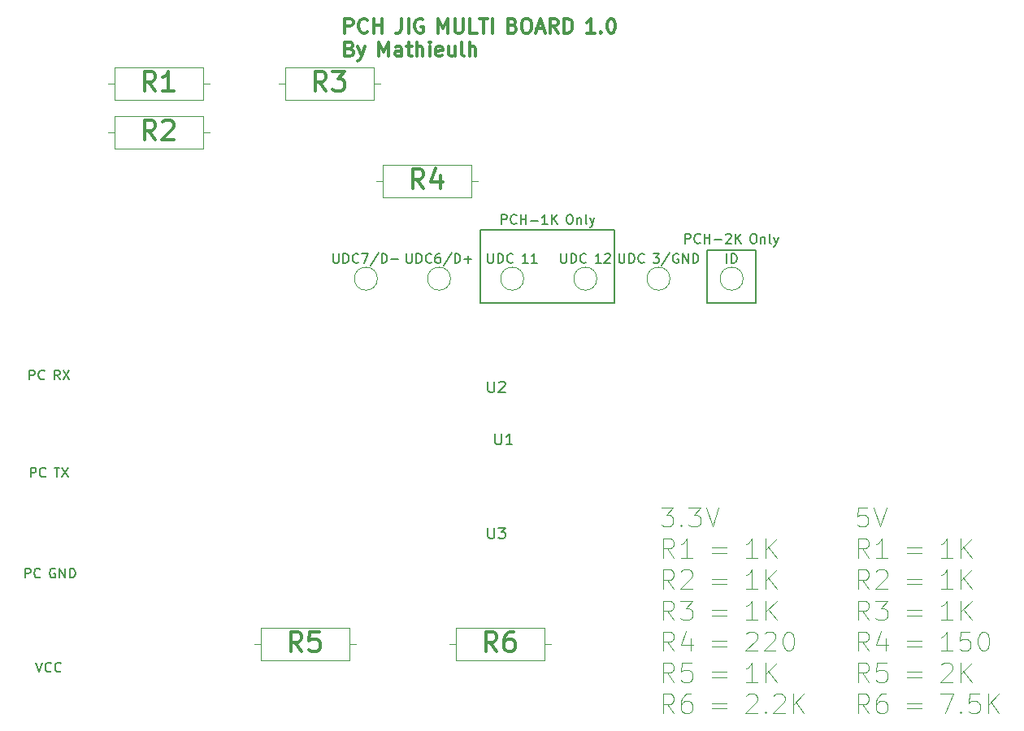
<source format=gbr>
%TF.GenerationSoftware,KiCad,Pcbnew,(7.0.0)*%
%TF.CreationDate,2023-08-10T15:26:26+02:00*%
%TF.ProjectId,JIG_MULTI,4a49475f-4d55-44c5-9449-2e6b69636164,rev?*%
%TF.SameCoordinates,Original*%
%TF.FileFunction,Legend,Top*%
%TF.FilePolarity,Positive*%
%FSLAX46Y46*%
G04 Gerber Fmt 4.6, Leading zero omitted, Abs format (unit mm)*
G04 Created by KiCad (PCBNEW (7.0.0)) date 2023-08-10 15:26:26*
%MOMM*%
%LPD*%
G01*
G04 APERTURE LIST*
%ADD10C,0.200000*%
%ADD11C,0.150000*%
%ADD12C,0.100000*%
%ADD13C,0.300000*%
%ADD14C,0.152000*%
%ADD15C,0.120000*%
G04 APERTURE END LIST*
D10*
X106680000Y-58000000D02*
X111760000Y-58000000D01*
X111760000Y-58000000D02*
X111760000Y-63500000D01*
X111760000Y-63500000D02*
X106680000Y-63500000D01*
X106680000Y-63500000D02*
X106680000Y-58000000D01*
X83000000Y-55880000D02*
X97000000Y-55880000D01*
X97000000Y-55880000D02*
X97000000Y-63500000D01*
X97000000Y-63500000D02*
X83000000Y-63500000D01*
X83000000Y-63500000D02*
X83000000Y-55880000D01*
D11*
X35616967Y-92150729D02*
X35616967Y-91150729D01*
X35616967Y-91150729D02*
X35997919Y-91150729D01*
X35997919Y-91150729D02*
X36093157Y-91198349D01*
X36093157Y-91198349D02*
X36140776Y-91245968D01*
X36140776Y-91245968D02*
X36188395Y-91341206D01*
X36188395Y-91341206D02*
X36188395Y-91484063D01*
X36188395Y-91484063D02*
X36140776Y-91579301D01*
X36140776Y-91579301D02*
X36093157Y-91626920D01*
X36093157Y-91626920D02*
X35997919Y-91674539D01*
X35997919Y-91674539D02*
X35616967Y-91674539D01*
X37188395Y-92055491D02*
X37140776Y-92103110D01*
X37140776Y-92103110D02*
X36997919Y-92150729D01*
X36997919Y-92150729D02*
X36902681Y-92150729D01*
X36902681Y-92150729D02*
X36759824Y-92103110D01*
X36759824Y-92103110D02*
X36664586Y-92007872D01*
X36664586Y-92007872D02*
X36616967Y-91912634D01*
X36616967Y-91912634D02*
X36569348Y-91722158D01*
X36569348Y-91722158D02*
X36569348Y-91579301D01*
X36569348Y-91579301D02*
X36616967Y-91388825D01*
X36616967Y-91388825D02*
X36664586Y-91293587D01*
X36664586Y-91293587D02*
X36759824Y-91198349D01*
X36759824Y-91198349D02*
X36902681Y-91150729D01*
X36902681Y-91150729D02*
X36997919Y-91150729D01*
X36997919Y-91150729D02*
X37140776Y-91198349D01*
X37140776Y-91198349D02*
X37188395Y-91245968D01*
X38740776Y-91198349D02*
X38645538Y-91150729D01*
X38645538Y-91150729D02*
X38502681Y-91150729D01*
X38502681Y-91150729D02*
X38359824Y-91198349D01*
X38359824Y-91198349D02*
X38264586Y-91293587D01*
X38264586Y-91293587D02*
X38216967Y-91388825D01*
X38216967Y-91388825D02*
X38169348Y-91579301D01*
X38169348Y-91579301D02*
X38169348Y-91722158D01*
X38169348Y-91722158D02*
X38216967Y-91912634D01*
X38216967Y-91912634D02*
X38264586Y-92007872D01*
X38264586Y-92007872D02*
X38359824Y-92103110D01*
X38359824Y-92103110D02*
X38502681Y-92150729D01*
X38502681Y-92150729D02*
X38597919Y-92150729D01*
X38597919Y-92150729D02*
X38740776Y-92103110D01*
X38740776Y-92103110D02*
X38788395Y-92055491D01*
X38788395Y-92055491D02*
X38788395Y-91722158D01*
X38788395Y-91722158D02*
X38597919Y-91722158D01*
X39216967Y-92150729D02*
X39216967Y-91150729D01*
X39216967Y-91150729D02*
X39788395Y-92150729D01*
X39788395Y-92150729D02*
X39788395Y-91150729D01*
X40264586Y-92150729D02*
X40264586Y-91150729D01*
X40264586Y-91150729D02*
X40502681Y-91150729D01*
X40502681Y-91150729D02*
X40645538Y-91198349D01*
X40645538Y-91198349D02*
X40740776Y-91293587D01*
X40740776Y-91293587D02*
X40788395Y-91388825D01*
X40788395Y-91388825D02*
X40836014Y-91579301D01*
X40836014Y-91579301D02*
X40836014Y-91722158D01*
X40836014Y-91722158D02*
X40788395Y-91912634D01*
X40788395Y-91912634D02*
X40740776Y-92007872D01*
X40740776Y-92007872D02*
X40645538Y-92103110D01*
X40645538Y-92103110D02*
X40502681Y-92150729D01*
X40502681Y-92150729D02*
X40264586Y-92150729D01*
D10*
X104378095Y-57282380D02*
X104378095Y-56282380D01*
X104378095Y-56282380D02*
X104759047Y-56282380D01*
X104759047Y-56282380D02*
X104854285Y-56330000D01*
X104854285Y-56330000D02*
X104901904Y-56377619D01*
X104901904Y-56377619D02*
X104949523Y-56472857D01*
X104949523Y-56472857D02*
X104949523Y-56615714D01*
X104949523Y-56615714D02*
X104901904Y-56710952D01*
X104901904Y-56710952D02*
X104854285Y-56758571D01*
X104854285Y-56758571D02*
X104759047Y-56806190D01*
X104759047Y-56806190D02*
X104378095Y-56806190D01*
X105949523Y-57187142D02*
X105901904Y-57234761D01*
X105901904Y-57234761D02*
X105759047Y-57282380D01*
X105759047Y-57282380D02*
X105663809Y-57282380D01*
X105663809Y-57282380D02*
X105520952Y-57234761D01*
X105520952Y-57234761D02*
X105425714Y-57139523D01*
X105425714Y-57139523D02*
X105378095Y-57044285D01*
X105378095Y-57044285D02*
X105330476Y-56853809D01*
X105330476Y-56853809D02*
X105330476Y-56710952D01*
X105330476Y-56710952D02*
X105378095Y-56520476D01*
X105378095Y-56520476D02*
X105425714Y-56425238D01*
X105425714Y-56425238D02*
X105520952Y-56330000D01*
X105520952Y-56330000D02*
X105663809Y-56282380D01*
X105663809Y-56282380D02*
X105759047Y-56282380D01*
X105759047Y-56282380D02*
X105901904Y-56330000D01*
X105901904Y-56330000D02*
X105949523Y-56377619D01*
X106378095Y-57282380D02*
X106378095Y-56282380D01*
X106378095Y-56758571D02*
X106949523Y-56758571D01*
X106949523Y-57282380D02*
X106949523Y-56282380D01*
X107425714Y-56901428D02*
X108187619Y-56901428D01*
X108616190Y-56377619D02*
X108663809Y-56330000D01*
X108663809Y-56330000D02*
X108759047Y-56282380D01*
X108759047Y-56282380D02*
X108997142Y-56282380D01*
X108997142Y-56282380D02*
X109092380Y-56330000D01*
X109092380Y-56330000D02*
X109139999Y-56377619D01*
X109139999Y-56377619D02*
X109187618Y-56472857D01*
X109187618Y-56472857D02*
X109187618Y-56568095D01*
X109187618Y-56568095D02*
X109139999Y-56710952D01*
X109139999Y-56710952D02*
X108568571Y-57282380D01*
X108568571Y-57282380D02*
X109187618Y-57282380D01*
X109616190Y-57282380D02*
X109616190Y-56282380D01*
X110187618Y-57282380D02*
X109759047Y-56710952D01*
X110187618Y-56282380D02*
X109616190Y-56853809D01*
X111406666Y-56282380D02*
X111597142Y-56282380D01*
X111597142Y-56282380D02*
X111692380Y-56330000D01*
X111692380Y-56330000D02*
X111787618Y-56425238D01*
X111787618Y-56425238D02*
X111835237Y-56615714D01*
X111835237Y-56615714D02*
X111835237Y-56949047D01*
X111835237Y-56949047D02*
X111787618Y-57139523D01*
X111787618Y-57139523D02*
X111692380Y-57234761D01*
X111692380Y-57234761D02*
X111597142Y-57282380D01*
X111597142Y-57282380D02*
X111406666Y-57282380D01*
X111406666Y-57282380D02*
X111311428Y-57234761D01*
X111311428Y-57234761D02*
X111216190Y-57139523D01*
X111216190Y-57139523D02*
X111168571Y-56949047D01*
X111168571Y-56949047D02*
X111168571Y-56615714D01*
X111168571Y-56615714D02*
X111216190Y-56425238D01*
X111216190Y-56425238D02*
X111311428Y-56330000D01*
X111311428Y-56330000D02*
X111406666Y-56282380D01*
X112263809Y-56615714D02*
X112263809Y-57282380D01*
X112263809Y-56710952D02*
X112311428Y-56663333D01*
X112311428Y-56663333D02*
X112406666Y-56615714D01*
X112406666Y-56615714D02*
X112549523Y-56615714D01*
X112549523Y-56615714D02*
X112644761Y-56663333D01*
X112644761Y-56663333D02*
X112692380Y-56758571D01*
X112692380Y-56758571D02*
X112692380Y-57282380D01*
X113311428Y-57282380D02*
X113216190Y-57234761D01*
X113216190Y-57234761D02*
X113168571Y-57139523D01*
X113168571Y-57139523D02*
X113168571Y-56282380D01*
X113597143Y-56615714D02*
X113835238Y-57282380D01*
X114073333Y-56615714D02*
X113835238Y-57282380D01*
X113835238Y-57282380D02*
X113740000Y-57520476D01*
X113740000Y-57520476D02*
X113692381Y-57568095D01*
X113692381Y-57568095D02*
X113597143Y-57615714D01*
D12*
X123348571Y-84804761D02*
X122396190Y-84804761D01*
X122396190Y-84804761D02*
X122300952Y-85757142D01*
X122300952Y-85757142D02*
X122396190Y-85661904D01*
X122396190Y-85661904D02*
X122586666Y-85566666D01*
X122586666Y-85566666D02*
X123062857Y-85566666D01*
X123062857Y-85566666D02*
X123253333Y-85661904D01*
X123253333Y-85661904D02*
X123348571Y-85757142D01*
X123348571Y-85757142D02*
X123443809Y-85947619D01*
X123443809Y-85947619D02*
X123443809Y-86423809D01*
X123443809Y-86423809D02*
X123348571Y-86614285D01*
X123348571Y-86614285D02*
X123253333Y-86709523D01*
X123253333Y-86709523D02*
X123062857Y-86804761D01*
X123062857Y-86804761D02*
X122586666Y-86804761D01*
X122586666Y-86804761D02*
X122396190Y-86709523D01*
X122396190Y-86709523D02*
X122300952Y-86614285D01*
X124015238Y-84804761D02*
X124681904Y-86804761D01*
X124681904Y-86804761D02*
X125348571Y-84804761D01*
X123539047Y-90044761D02*
X122872380Y-89092380D01*
X122396190Y-90044761D02*
X122396190Y-88044761D01*
X122396190Y-88044761D02*
X123158095Y-88044761D01*
X123158095Y-88044761D02*
X123348571Y-88140000D01*
X123348571Y-88140000D02*
X123443809Y-88235238D01*
X123443809Y-88235238D02*
X123539047Y-88425714D01*
X123539047Y-88425714D02*
X123539047Y-88711428D01*
X123539047Y-88711428D02*
X123443809Y-88901904D01*
X123443809Y-88901904D02*
X123348571Y-88997142D01*
X123348571Y-88997142D02*
X123158095Y-89092380D01*
X123158095Y-89092380D02*
X122396190Y-89092380D01*
X125443809Y-90044761D02*
X124300952Y-90044761D01*
X124872380Y-90044761D02*
X124872380Y-88044761D01*
X124872380Y-88044761D02*
X124681904Y-88330476D01*
X124681904Y-88330476D02*
X124491428Y-88520952D01*
X124491428Y-88520952D02*
X124300952Y-88616190D01*
X127500952Y-88997142D02*
X129024762Y-88997142D01*
X129024762Y-89568571D02*
X127500952Y-89568571D01*
X132224761Y-90044761D02*
X131081904Y-90044761D01*
X131653332Y-90044761D02*
X131653332Y-88044761D01*
X131653332Y-88044761D02*
X131462856Y-88330476D01*
X131462856Y-88330476D02*
X131272380Y-88520952D01*
X131272380Y-88520952D02*
X131081904Y-88616190D01*
X133081904Y-90044761D02*
X133081904Y-88044761D01*
X134224761Y-90044761D02*
X133367618Y-88901904D01*
X134224761Y-88044761D02*
X133081904Y-89187619D01*
X123539047Y-93284761D02*
X122872380Y-92332380D01*
X122396190Y-93284761D02*
X122396190Y-91284761D01*
X122396190Y-91284761D02*
X123158095Y-91284761D01*
X123158095Y-91284761D02*
X123348571Y-91380000D01*
X123348571Y-91380000D02*
X123443809Y-91475238D01*
X123443809Y-91475238D02*
X123539047Y-91665714D01*
X123539047Y-91665714D02*
X123539047Y-91951428D01*
X123539047Y-91951428D02*
X123443809Y-92141904D01*
X123443809Y-92141904D02*
X123348571Y-92237142D01*
X123348571Y-92237142D02*
X123158095Y-92332380D01*
X123158095Y-92332380D02*
X122396190Y-92332380D01*
X124300952Y-91475238D02*
X124396190Y-91380000D01*
X124396190Y-91380000D02*
X124586666Y-91284761D01*
X124586666Y-91284761D02*
X125062857Y-91284761D01*
X125062857Y-91284761D02*
X125253333Y-91380000D01*
X125253333Y-91380000D02*
X125348571Y-91475238D01*
X125348571Y-91475238D02*
X125443809Y-91665714D01*
X125443809Y-91665714D02*
X125443809Y-91856190D01*
X125443809Y-91856190D02*
X125348571Y-92141904D01*
X125348571Y-92141904D02*
X124205714Y-93284761D01*
X124205714Y-93284761D02*
X125443809Y-93284761D01*
X127500952Y-92237142D02*
X129024762Y-92237142D01*
X129024762Y-92808571D02*
X127500952Y-92808571D01*
X132224761Y-93284761D02*
X131081904Y-93284761D01*
X131653332Y-93284761D02*
X131653332Y-91284761D01*
X131653332Y-91284761D02*
X131462856Y-91570476D01*
X131462856Y-91570476D02*
X131272380Y-91760952D01*
X131272380Y-91760952D02*
X131081904Y-91856190D01*
X133081904Y-93284761D02*
X133081904Y-91284761D01*
X134224761Y-93284761D02*
X133367618Y-92141904D01*
X134224761Y-91284761D02*
X133081904Y-92427619D01*
X123539047Y-96524761D02*
X122872380Y-95572380D01*
X122396190Y-96524761D02*
X122396190Y-94524761D01*
X122396190Y-94524761D02*
X123158095Y-94524761D01*
X123158095Y-94524761D02*
X123348571Y-94620000D01*
X123348571Y-94620000D02*
X123443809Y-94715238D01*
X123443809Y-94715238D02*
X123539047Y-94905714D01*
X123539047Y-94905714D02*
X123539047Y-95191428D01*
X123539047Y-95191428D02*
X123443809Y-95381904D01*
X123443809Y-95381904D02*
X123348571Y-95477142D01*
X123348571Y-95477142D02*
X123158095Y-95572380D01*
X123158095Y-95572380D02*
X122396190Y-95572380D01*
X124205714Y-94524761D02*
X125443809Y-94524761D01*
X125443809Y-94524761D02*
X124777142Y-95286666D01*
X124777142Y-95286666D02*
X125062857Y-95286666D01*
X125062857Y-95286666D02*
X125253333Y-95381904D01*
X125253333Y-95381904D02*
X125348571Y-95477142D01*
X125348571Y-95477142D02*
X125443809Y-95667619D01*
X125443809Y-95667619D02*
X125443809Y-96143809D01*
X125443809Y-96143809D02*
X125348571Y-96334285D01*
X125348571Y-96334285D02*
X125253333Y-96429523D01*
X125253333Y-96429523D02*
X125062857Y-96524761D01*
X125062857Y-96524761D02*
X124491428Y-96524761D01*
X124491428Y-96524761D02*
X124300952Y-96429523D01*
X124300952Y-96429523D02*
X124205714Y-96334285D01*
X127500952Y-95477142D02*
X129024762Y-95477142D01*
X129024762Y-96048571D02*
X127500952Y-96048571D01*
X132224761Y-96524761D02*
X131081904Y-96524761D01*
X131653332Y-96524761D02*
X131653332Y-94524761D01*
X131653332Y-94524761D02*
X131462856Y-94810476D01*
X131462856Y-94810476D02*
X131272380Y-95000952D01*
X131272380Y-95000952D02*
X131081904Y-95096190D01*
X133081904Y-96524761D02*
X133081904Y-94524761D01*
X134224761Y-96524761D02*
X133367618Y-95381904D01*
X134224761Y-94524761D02*
X133081904Y-95667619D01*
X123539047Y-99764761D02*
X122872380Y-98812380D01*
X122396190Y-99764761D02*
X122396190Y-97764761D01*
X122396190Y-97764761D02*
X123158095Y-97764761D01*
X123158095Y-97764761D02*
X123348571Y-97860000D01*
X123348571Y-97860000D02*
X123443809Y-97955238D01*
X123443809Y-97955238D02*
X123539047Y-98145714D01*
X123539047Y-98145714D02*
X123539047Y-98431428D01*
X123539047Y-98431428D02*
X123443809Y-98621904D01*
X123443809Y-98621904D02*
X123348571Y-98717142D01*
X123348571Y-98717142D02*
X123158095Y-98812380D01*
X123158095Y-98812380D02*
X122396190Y-98812380D01*
X125253333Y-98431428D02*
X125253333Y-99764761D01*
X124777142Y-97669523D02*
X124300952Y-99098095D01*
X124300952Y-99098095D02*
X125539047Y-99098095D01*
X127500952Y-98717142D02*
X129024762Y-98717142D01*
X129024762Y-99288571D02*
X127500952Y-99288571D01*
X132224761Y-99764761D02*
X131081904Y-99764761D01*
X131653332Y-99764761D02*
X131653332Y-97764761D01*
X131653332Y-97764761D02*
X131462856Y-98050476D01*
X131462856Y-98050476D02*
X131272380Y-98240952D01*
X131272380Y-98240952D02*
X131081904Y-98336190D01*
X134034285Y-97764761D02*
X133081904Y-97764761D01*
X133081904Y-97764761D02*
X132986666Y-98717142D01*
X132986666Y-98717142D02*
X133081904Y-98621904D01*
X133081904Y-98621904D02*
X133272380Y-98526666D01*
X133272380Y-98526666D02*
X133748571Y-98526666D01*
X133748571Y-98526666D02*
X133939047Y-98621904D01*
X133939047Y-98621904D02*
X134034285Y-98717142D01*
X134034285Y-98717142D02*
X134129523Y-98907619D01*
X134129523Y-98907619D02*
X134129523Y-99383809D01*
X134129523Y-99383809D02*
X134034285Y-99574285D01*
X134034285Y-99574285D02*
X133939047Y-99669523D01*
X133939047Y-99669523D02*
X133748571Y-99764761D01*
X133748571Y-99764761D02*
X133272380Y-99764761D01*
X133272380Y-99764761D02*
X133081904Y-99669523D01*
X133081904Y-99669523D02*
X132986666Y-99574285D01*
X135367618Y-97764761D02*
X135558095Y-97764761D01*
X135558095Y-97764761D02*
X135748571Y-97860000D01*
X135748571Y-97860000D02*
X135843809Y-97955238D01*
X135843809Y-97955238D02*
X135939047Y-98145714D01*
X135939047Y-98145714D02*
X136034285Y-98526666D01*
X136034285Y-98526666D02*
X136034285Y-99002857D01*
X136034285Y-99002857D02*
X135939047Y-99383809D01*
X135939047Y-99383809D02*
X135843809Y-99574285D01*
X135843809Y-99574285D02*
X135748571Y-99669523D01*
X135748571Y-99669523D02*
X135558095Y-99764761D01*
X135558095Y-99764761D02*
X135367618Y-99764761D01*
X135367618Y-99764761D02*
X135177142Y-99669523D01*
X135177142Y-99669523D02*
X135081904Y-99574285D01*
X135081904Y-99574285D02*
X134986666Y-99383809D01*
X134986666Y-99383809D02*
X134891428Y-99002857D01*
X134891428Y-99002857D02*
X134891428Y-98526666D01*
X134891428Y-98526666D02*
X134986666Y-98145714D01*
X134986666Y-98145714D02*
X135081904Y-97955238D01*
X135081904Y-97955238D02*
X135177142Y-97860000D01*
X135177142Y-97860000D02*
X135367618Y-97764761D01*
X123539047Y-103004761D02*
X122872380Y-102052380D01*
X122396190Y-103004761D02*
X122396190Y-101004761D01*
X122396190Y-101004761D02*
X123158095Y-101004761D01*
X123158095Y-101004761D02*
X123348571Y-101100000D01*
X123348571Y-101100000D02*
X123443809Y-101195238D01*
X123443809Y-101195238D02*
X123539047Y-101385714D01*
X123539047Y-101385714D02*
X123539047Y-101671428D01*
X123539047Y-101671428D02*
X123443809Y-101861904D01*
X123443809Y-101861904D02*
X123348571Y-101957142D01*
X123348571Y-101957142D02*
X123158095Y-102052380D01*
X123158095Y-102052380D02*
X122396190Y-102052380D01*
X125348571Y-101004761D02*
X124396190Y-101004761D01*
X124396190Y-101004761D02*
X124300952Y-101957142D01*
X124300952Y-101957142D02*
X124396190Y-101861904D01*
X124396190Y-101861904D02*
X124586666Y-101766666D01*
X124586666Y-101766666D02*
X125062857Y-101766666D01*
X125062857Y-101766666D02*
X125253333Y-101861904D01*
X125253333Y-101861904D02*
X125348571Y-101957142D01*
X125348571Y-101957142D02*
X125443809Y-102147619D01*
X125443809Y-102147619D02*
X125443809Y-102623809D01*
X125443809Y-102623809D02*
X125348571Y-102814285D01*
X125348571Y-102814285D02*
X125253333Y-102909523D01*
X125253333Y-102909523D02*
X125062857Y-103004761D01*
X125062857Y-103004761D02*
X124586666Y-103004761D01*
X124586666Y-103004761D02*
X124396190Y-102909523D01*
X124396190Y-102909523D02*
X124300952Y-102814285D01*
X127500952Y-101957142D02*
X129024762Y-101957142D01*
X129024762Y-102528571D02*
X127500952Y-102528571D01*
X131081904Y-101195238D02*
X131177142Y-101100000D01*
X131177142Y-101100000D02*
X131367618Y-101004761D01*
X131367618Y-101004761D02*
X131843809Y-101004761D01*
X131843809Y-101004761D02*
X132034285Y-101100000D01*
X132034285Y-101100000D02*
X132129523Y-101195238D01*
X132129523Y-101195238D02*
X132224761Y-101385714D01*
X132224761Y-101385714D02*
X132224761Y-101576190D01*
X132224761Y-101576190D02*
X132129523Y-101861904D01*
X132129523Y-101861904D02*
X130986666Y-103004761D01*
X130986666Y-103004761D02*
X132224761Y-103004761D01*
X133081904Y-103004761D02*
X133081904Y-101004761D01*
X134224761Y-103004761D02*
X133367618Y-101861904D01*
X134224761Y-101004761D02*
X133081904Y-102147619D01*
X123539047Y-106244761D02*
X122872380Y-105292380D01*
X122396190Y-106244761D02*
X122396190Y-104244761D01*
X122396190Y-104244761D02*
X123158095Y-104244761D01*
X123158095Y-104244761D02*
X123348571Y-104340000D01*
X123348571Y-104340000D02*
X123443809Y-104435238D01*
X123443809Y-104435238D02*
X123539047Y-104625714D01*
X123539047Y-104625714D02*
X123539047Y-104911428D01*
X123539047Y-104911428D02*
X123443809Y-105101904D01*
X123443809Y-105101904D02*
X123348571Y-105197142D01*
X123348571Y-105197142D02*
X123158095Y-105292380D01*
X123158095Y-105292380D02*
X122396190Y-105292380D01*
X125253333Y-104244761D02*
X124872380Y-104244761D01*
X124872380Y-104244761D02*
X124681904Y-104340000D01*
X124681904Y-104340000D02*
X124586666Y-104435238D01*
X124586666Y-104435238D02*
X124396190Y-104720952D01*
X124396190Y-104720952D02*
X124300952Y-105101904D01*
X124300952Y-105101904D02*
X124300952Y-105863809D01*
X124300952Y-105863809D02*
X124396190Y-106054285D01*
X124396190Y-106054285D02*
X124491428Y-106149523D01*
X124491428Y-106149523D02*
X124681904Y-106244761D01*
X124681904Y-106244761D02*
X125062857Y-106244761D01*
X125062857Y-106244761D02*
X125253333Y-106149523D01*
X125253333Y-106149523D02*
X125348571Y-106054285D01*
X125348571Y-106054285D02*
X125443809Y-105863809D01*
X125443809Y-105863809D02*
X125443809Y-105387619D01*
X125443809Y-105387619D02*
X125348571Y-105197142D01*
X125348571Y-105197142D02*
X125253333Y-105101904D01*
X125253333Y-105101904D02*
X125062857Y-105006666D01*
X125062857Y-105006666D02*
X124681904Y-105006666D01*
X124681904Y-105006666D02*
X124491428Y-105101904D01*
X124491428Y-105101904D02*
X124396190Y-105197142D01*
X124396190Y-105197142D02*
X124300952Y-105387619D01*
X127500952Y-105197142D02*
X129024762Y-105197142D01*
X129024762Y-105768571D02*
X127500952Y-105768571D01*
X130986666Y-104244761D02*
X132319999Y-104244761D01*
X132319999Y-104244761D02*
X131462856Y-106244761D01*
X133081904Y-106054285D02*
X133177142Y-106149523D01*
X133177142Y-106149523D02*
X133081904Y-106244761D01*
X133081904Y-106244761D02*
X132986666Y-106149523D01*
X132986666Y-106149523D02*
X133081904Y-106054285D01*
X133081904Y-106054285D02*
X133081904Y-106244761D01*
X134986666Y-104244761D02*
X134034285Y-104244761D01*
X134034285Y-104244761D02*
X133939047Y-105197142D01*
X133939047Y-105197142D02*
X134034285Y-105101904D01*
X134034285Y-105101904D02*
X134224761Y-105006666D01*
X134224761Y-105006666D02*
X134700952Y-105006666D01*
X134700952Y-105006666D02*
X134891428Y-105101904D01*
X134891428Y-105101904D02*
X134986666Y-105197142D01*
X134986666Y-105197142D02*
X135081904Y-105387619D01*
X135081904Y-105387619D02*
X135081904Y-105863809D01*
X135081904Y-105863809D02*
X134986666Y-106054285D01*
X134986666Y-106054285D02*
X134891428Y-106149523D01*
X134891428Y-106149523D02*
X134700952Y-106244761D01*
X134700952Y-106244761D02*
X134224761Y-106244761D01*
X134224761Y-106244761D02*
X134034285Y-106149523D01*
X134034285Y-106149523D02*
X133939047Y-106054285D01*
X135939047Y-106244761D02*
X135939047Y-104244761D01*
X137081904Y-106244761D02*
X136224761Y-105101904D01*
X137081904Y-104244761D02*
X135939047Y-105387619D01*
D11*
X36061905Y-71487380D02*
X36061905Y-70487380D01*
X36061905Y-70487380D02*
X36442857Y-70487380D01*
X36442857Y-70487380D02*
X36538095Y-70535000D01*
X36538095Y-70535000D02*
X36585714Y-70582619D01*
X36585714Y-70582619D02*
X36633333Y-70677857D01*
X36633333Y-70677857D02*
X36633333Y-70820714D01*
X36633333Y-70820714D02*
X36585714Y-70915952D01*
X36585714Y-70915952D02*
X36538095Y-70963571D01*
X36538095Y-70963571D02*
X36442857Y-71011190D01*
X36442857Y-71011190D02*
X36061905Y-71011190D01*
X37633333Y-71392142D02*
X37585714Y-71439761D01*
X37585714Y-71439761D02*
X37442857Y-71487380D01*
X37442857Y-71487380D02*
X37347619Y-71487380D01*
X37347619Y-71487380D02*
X37204762Y-71439761D01*
X37204762Y-71439761D02*
X37109524Y-71344523D01*
X37109524Y-71344523D02*
X37061905Y-71249285D01*
X37061905Y-71249285D02*
X37014286Y-71058809D01*
X37014286Y-71058809D02*
X37014286Y-70915952D01*
X37014286Y-70915952D02*
X37061905Y-70725476D01*
X37061905Y-70725476D02*
X37109524Y-70630238D01*
X37109524Y-70630238D02*
X37204762Y-70535000D01*
X37204762Y-70535000D02*
X37347619Y-70487380D01*
X37347619Y-70487380D02*
X37442857Y-70487380D01*
X37442857Y-70487380D02*
X37585714Y-70535000D01*
X37585714Y-70535000D02*
X37633333Y-70582619D01*
X39233333Y-71487380D02*
X38900000Y-71011190D01*
X38661905Y-71487380D02*
X38661905Y-70487380D01*
X38661905Y-70487380D02*
X39042857Y-70487380D01*
X39042857Y-70487380D02*
X39138095Y-70535000D01*
X39138095Y-70535000D02*
X39185714Y-70582619D01*
X39185714Y-70582619D02*
X39233333Y-70677857D01*
X39233333Y-70677857D02*
X39233333Y-70820714D01*
X39233333Y-70820714D02*
X39185714Y-70915952D01*
X39185714Y-70915952D02*
X39138095Y-70963571D01*
X39138095Y-70963571D02*
X39042857Y-71011190D01*
X39042857Y-71011190D02*
X38661905Y-71011190D01*
X39566667Y-70487380D02*
X40233333Y-71487380D01*
X40233333Y-70487380D02*
X39566667Y-71487380D01*
D10*
X85238095Y-55282380D02*
X85238095Y-54282380D01*
X85238095Y-54282380D02*
X85619047Y-54282380D01*
X85619047Y-54282380D02*
X85714285Y-54330000D01*
X85714285Y-54330000D02*
X85761904Y-54377619D01*
X85761904Y-54377619D02*
X85809523Y-54472857D01*
X85809523Y-54472857D02*
X85809523Y-54615714D01*
X85809523Y-54615714D02*
X85761904Y-54710952D01*
X85761904Y-54710952D02*
X85714285Y-54758571D01*
X85714285Y-54758571D02*
X85619047Y-54806190D01*
X85619047Y-54806190D02*
X85238095Y-54806190D01*
X86809523Y-55187142D02*
X86761904Y-55234761D01*
X86761904Y-55234761D02*
X86619047Y-55282380D01*
X86619047Y-55282380D02*
X86523809Y-55282380D01*
X86523809Y-55282380D02*
X86380952Y-55234761D01*
X86380952Y-55234761D02*
X86285714Y-55139523D01*
X86285714Y-55139523D02*
X86238095Y-55044285D01*
X86238095Y-55044285D02*
X86190476Y-54853809D01*
X86190476Y-54853809D02*
X86190476Y-54710952D01*
X86190476Y-54710952D02*
X86238095Y-54520476D01*
X86238095Y-54520476D02*
X86285714Y-54425238D01*
X86285714Y-54425238D02*
X86380952Y-54330000D01*
X86380952Y-54330000D02*
X86523809Y-54282380D01*
X86523809Y-54282380D02*
X86619047Y-54282380D01*
X86619047Y-54282380D02*
X86761904Y-54330000D01*
X86761904Y-54330000D02*
X86809523Y-54377619D01*
X87238095Y-55282380D02*
X87238095Y-54282380D01*
X87238095Y-54758571D02*
X87809523Y-54758571D01*
X87809523Y-55282380D02*
X87809523Y-54282380D01*
X88285714Y-54901428D02*
X89047619Y-54901428D01*
X90047618Y-55282380D02*
X89476190Y-55282380D01*
X89761904Y-55282380D02*
X89761904Y-54282380D01*
X89761904Y-54282380D02*
X89666666Y-54425238D01*
X89666666Y-54425238D02*
X89571428Y-54520476D01*
X89571428Y-54520476D02*
X89476190Y-54568095D01*
X90476190Y-55282380D02*
X90476190Y-54282380D01*
X91047618Y-55282380D02*
X90619047Y-54710952D01*
X91047618Y-54282380D02*
X90476190Y-54853809D01*
X92266666Y-54282380D02*
X92457142Y-54282380D01*
X92457142Y-54282380D02*
X92552380Y-54330000D01*
X92552380Y-54330000D02*
X92647618Y-54425238D01*
X92647618Y-54425238D02*
X92695237Y-54615714D01*
X92695237Y-54615714D02*
X92695237Y-54949047D01*
X92695237Y-54949047D02*
X92647618Y-55139523D01*
X92647618Y-55139523D02*
X92552380Y-55234761D01*
X92552380Y-55234761D02*
X92457142Y-55282380D01*
X92457142Y-55282380D02*
X92266666Y-55282380D01*
X92266666Y-55282380D02*
X92171428Y-55234761D01*
X92171428Y-55234761D02*
X92076190Y-55139523D01*
X92076190Y-55139523D02*
X92028571Y-54949047D01*
X92028571Y-54949047D02*
X92028571Y-54615714D01*
X92028571Y-54615714D02*
X92076190Y-54425238D01*
X92076190Y-54425238D02*
X92171428Y-54330000D01*
X92171428Y-54330000D02*
X92266666Y-54282380D01*
X93123809Y-54615714D02*
X93123809Y-55282380D01*
X93123809Y-54710952D02*
X93171428Y-54663333D01*
X93171428Y-54663333D02*
X93266666Y-54615714D01*
X93266666Y-54615714D02*
X93409523Y-54615714D01*
X93409523Y-54615714D02*
X93504761Y-54663333D01*
X93504761Y-54663333D02*
X93552380Y-54758571D01*
X93552380Y-54758571D02*
X93552380Y-55282380D01*
X94171428Y-55282380D02*
X94076190Y-55234761D01*
X94076190Y-55234761D02*
X94028571Y-55139523D01*
X94028571Y-55139523D02*
X94028571Y-54282380D01*
X94457143Y-54615714D02*
X94695238Y-55282380D01*
X94933333Y-54615714D02*
X94695238Y-55282380D01*
X94695238Y-55282380D02*
X94600000Y-55520476D01*
X94600000Y-55520476D02*
X94552381Y-55568095D01*
X94552381Y-55568095D02*
X94457143Y-55615714D01*
D12*
X101885714Y-84804761D02*
X103123809Y-84804761D01*
X103123809Y-84804761D02*
X102457142Y-85566666D01*
X102457142Y-85566666D02*
X102742857Y-85566666D01*
X102742857Y-85566666D02*
X102933333Y-85661904D01*
X102933333Y-85661904D02*
X103028571Y-85757142D01*
X103028571Y-85757142D02*
X103123809Y-85947619D01*
X103123809Y-85947619D02*
X103123809Y-86423809D01*
X103123809Y-86423809D02*
X103028571Y-86614285D01*
X103028571Y-86614285D02*
X102933333Y-86709523D01*
X102933333Y-86709523D02*
X102742857Y-86804761D01*
X102742857Y-86804761D02*
X102171428Y-86804761D01*
X102171428Y-86804761D02*
X101980952Y-86709523D01*
X101980952Y-86709523D02*
X101885714Y-86614285D01*
X103980952Y-86614285D02*
X104076190Y-86709523D01*
X104076190Y-86709523D02*
X103980952Y-86804761D01*
X103980952Y-86804761D02*
X103885714Y-86709523D01*
X103885714Y-86709523D02*
X103980952Y-86614285D01*
X103980952Y-86614285D02*
X103980952Y-86804761D01*
X104742857Y-84804761D02*
X105980952Y-84804761D01*
X105980952Y-84804761D02*
X105314285Y-85566666D01*
X105314285Y-85566666D02*
X105600000Y-85566666D01*
X105600000Y-85566666D02*
X105790476Y-85661904D01*
X105790476Y-85661904D02*
X105885714Y-85757142D01*
X105885714Y-85757142D02*
X105980952Y-85947619D01*
X105980952Y-85947619D02*
X105980952Y-86423809D01*
X105980952Y-86423809D02*
X105885714Y-86614285D01*
X105885714Y-86614285D02*
X105790476Y-86709523D01*
X105790476Y-86709523D02*
X105600000Y-86804761D01*
X105600000Y-86804761D02*
X105028571Y-86804761D01*
X105028571Y-86804761D02*
X104838095Y-86709523D01*
X104838095Y-86709523D02*
X104742857Y-86614285D01*
X106552381Y-84804761D02*
X107219047Y-86804761D01*
X107219047Y-86804761D02*
X107885714Y-84804761D01*
X103219047Y-90044761D02*
X102552380Y-89092380D01*
X102076190Y-90044761D02*
X102076190Y-88044761D01*
X102076190Y-88044761D02*
X102838095Y-88044761D01*
X102838095Y-88044761D02*
X103028571Y-88140000D01*
X103028571Y-88140000D02*
X103123809Y-88235238D01*
X103123809Y-88235238D02*
X103219047Y-88425714D01*
X103219047Y-88425714D02*
X103219047Y-88711428D01*
X103219047Y-88711428D02*
X103123809Y-88901904D01*
X103123809Y-88901904D02*
X103028571Y-88997142D01*
X103028571Y-88997142D02*
X102838095Y-89092380D01*
X102838095Y-89092380D02*
X102076190Y-89092380D01*
X105123809Y-90044761D02*
X103980952Y-90044761D01*
X104552380Y-90044761D02*
X104552380Y-88044761D01*
X104552380Y-88044761D02*
X104361904Y-88330476D01*
X104361904Y-88330476D02*
X104171428Y-88520952D01*
X104171428Y-88520952D02*
X103980952Y-88616190D01*
X107180952Y-88997142D02*
X108704762Y-88997142D01*
X108704762Y-89568571D02*
X107180952Y-89568571D01*
X111904761Y-90044761D02*
X110761904Y-90044761D01*
X111333332Y-90044761D02*
X111333332Y-88044761D01*
X111333332Y-88044761D02*
X111142856Y-88330476D01*
X111142856Y-88330476D02*
X110952380Y-88520952D01*
X110952380Y-88520952D02*
X110761904Y-88616190D01*
X112761904Y-90044761D02*
X112761904Y-88044761D01*
X113904761Y-90044761D02*
X113047618Y-88901904D01*
X113904761Y-88044761D02*
X112761904Y-89187619D01*
X103219047Y-93284761D02*
X102552380Y-92332380D01*
X102076190Y-93284761D02*
X102076190Y-91284761D01*
X102076190Y-91284761D02*
X102838095Y-91284761D01*
X102838095Y-91284761D02*
X103028571Y-91380000D01*
X103028571Y-91380000D02*
X103123809Y-91475238D01*
X103123809Y-91475238D02*
X103219047Y-91665714D01*
X103219047Y-91665714D02*
X103219047Y-91951428D01*
X103219047Y-91951428D02*
X103123809Y-92141904D01*
X103123809Y-92141904D02*
X103028571Y-92237142D01*
X103028571Y-92237142D02*
X102838095Y-92332380D01*
X102838095Y-92332380D02*
X102076190Y-92332380D01*
X103980952Y-91475238D02*
X104076190Y-91380000D01*
X104076190Y-91380000D02*
X104266666Y-91284761D01*
X104266666Y-91284761D02*
X104742857Y-91284761D01*
X104742857Y-91284761D02*
X104933333Y-91380000D01*
X104933333Y-91380000D02*
X105028571Y-91475238D01*
X105028571Y-91475238D02*
X105123809Y-91665714D01*
X105123809Y-91665714D02*
X105123809Y-91856190D01*
X105123809Y-91856190D02*
X105028571Y-92141904D01*
X105028571Y-92141904D02*
X103885714Y-93284761D01*
X103885714Y-93284761D02*
X105123809Y-93284761D01*
X107180952Y-92237142D02*
X108704762Y-92237142D01*
X108704762Y-92808571D02*
X107180952Y-92808571D01*
X111904761Y-93284761D02*
X110761904Y-93284761D01*
X111333332Y-93284761D02*
X111333332Y-91284761D01*
X111333332Y-91284761D02*
X111142856Y-91570476D01*
X111142856Y-91570476D02*
X110952380Y-91760952D01*
X110952380Y-91760952D02*
X110761904Y-91856190D01*
X112761904Y-93284761D02*
X112761904Y-91284761D01*
X113904761Y-93284761D02*
X113047618Y-92141904D01*
X113904761Y-91284761D02*
X112761904Y-92427619D01*
X103219047Y-96524761D02*
X102552380Y-95572380D01*
X102076190Y-96524761D02*
X102076190Y-94524761D01*
X102076190Y-94524761D02*
X102838095Y-94524761D01*
X102838095Y-94524761D02*
X103028571Y-94620000D01*
X103028571Y-94620000D02*
X103123809Y-94715238D01*
X103123809Y-94715238D02*
X103219047Y-94905714D01*
X103219047Y-94905714D02*
X103219047Y-95191428D01*
X103219047Y-95191428D02*
X103123809Y-95381904D01*
X103123809Y-95381904D02*
X103028571Y-95477142D01*
X103028571Y-95477142D02*
X102838095Y-95572380D01*
X102838095Y-95572380D02*
X102076190Y-95572380D01*
X103885714Y-94524761D02*
X105123809Y-94524761D01*
X105123809Y-94524761D02*
X104457142Y-95286666D01*
X104457142Y-95286666D02*
X104742857Y-95286666D01*
X104742857Y-95286666D02*
X104933333Y-95381904D01*
X104933333Y-95381904D02*
X105028571Y-95477142D01*
X105028571Y-95477142D02*
X105123809Y-95667619D01*
X105123809Y-95667619D02*
X105123809Y-96143809D01*
X105123809Y-96143809D02*
X105028571Y-96334285D01*
X105028571Y-96334285D02*
X104933333Y-96429523D01*
X104933333Y-96429523D02*
X104742857Y-96524761D01*
X104742857Y-96524761D02*
X104171428Y-96524761D01*
X104171428Y-96524761D02*
X103980952Y-96429523D01*
X103980952Y-96429523D02*
X103885714Y-96334285D01*
X107180952Y-95477142D02*
X108704762Y-95477142D01*
X108704762Y-96048571D02*
X107180952Y-96048571D01*
X111904761Y-96524761D02*
X110761904Y-96524761D01*
X111333332Y-96524761D02*
X111333332Y-94524761D01*
X111333332Y-94524761D02*
X111142856Y-94810476D01*
X111142856Y-94810476D02*
X110952380Y-95000952D01*
X110952380Y-95000952D02*
X110761904Y-95096190D01*
X112761904Y-96524761D02*
X112761904Y-94524761D01*
X113904761Y-96524761D02*
X113047618Y-95381904D01*
X113904761Y-94524761D02*
X112761904Y-95667619D01*
X103219047Y-99764761D02*
X102552380Y-98812380D01*
X102076190Y-99764761D02*
X102076190Y-97764761D01*
X102076190Y-97764761D02*
X102838095Y-97764761D01*
X102838095Y-97764761D02*
X103028571Y-97860000D01*
X103028571Y-97860000D02*
X103123809Y-97955238D01*
X103123809Y-97955238D02*
X103219047Y-98145714D01*
X103219047Y-98145714D02*
X103219047Y-98431428D01*
X103219047Y-98431428D02*
X103123809Y-98621904D01*
X103123809Y-98621904D02*
X103028571Y-98717142D01*
X103028571Y-98717142D02*
X102838095Y-98812380D01*
X102838095Y-98812380D02*
X102076190Y-98812380D01*
X104933333Y-98431428D02*
X104933333Y-99764761D01*
X104457142Y-97669523D02*
X103980952Y-99098095D01*
X103980952Y-99098095D02*
X105219047Y-99098095D01*
X107180952Y-98717142D02*
X108704762Y-98717142D01*
X108704762Y-99288571D02*
X107180952Y-99288571D01*
X110761904Y-97955238D02*
X110857142Y-97860000D01*
X110857142Y-97860000D02*
X111047618Y-97764761D01*
X111047618Y-97764761D02*
X111523809Y-97764761D01*
X111523809Y-97764761D02*
X111714285Y-97860000D01*
X111714285Y-97860000D02*
X111809523Y-97955238D01*
X111809523Y-97955238D02*
X111904761Y-98145714D01*
X111904761Y-98145714D02*
X111904761Y-98336190D01*
X111904761Y-98336190D02*
X111809523Y-98621904D01*
X111809523Y-98621904D02*
X110666666Y-99764761D01*
X110666666Y-99764761D02*
X111904761Y-99764761D01*
X112666666Y-97955238D02*
X112761904Y-97860000D01*
X112761904Y-97860000D02*
X112952380Y-97764761D01*
X112952380Y-97764761D02*
X113428571Y-97764761D01*
X113428571Y-97764761D02*
X113619047Y-97860000D01*
X113619047Y-97860000D02*
X113714285Y-97955238D01*
X113714285Y-97955238D02*
X113809523Y-98145714D01*
X113809523Y-98145714D02*
X113809523Y-98336190D01*
X113809523Y-98336190D02*
X113714285Y-98621904D01*
X113714285Y-98621904D02*
X112571428Y-99764761D01*
X112571428Y-99764761D02*
X113809523Y-99764761D01*
X115047618Y-97764761D02*
X115238095Y-97764761D01*
X115238095Y-97764761D02*
X115428571Y-97860000D01*
X115428571Y-97860000D02*
X115523809Y-97955238D01*
X115523809Y-97955238D02*
X115619047Y-98145714D01*
X115619047Y-98145714D02*
X115714285Y-98526666D01*
X115714285Y-98526666D02*
X115714285Y-99002857D01*
X115714285Y-99002857D02*
X115619047Y-99383809D01*
X115619047Y-99383809D02*
X115523809Y-99574285D01*
X115523809Y-99574285D02*
X115428571Y-99669523D01*
X115428571Y-99669523D02*
X115238095Y-99764761D01*
X115238095Y-99764761D02*
X115047618Y-99764761D01*
X115047618Y-99764761D02*
X114857142Y-99669523D01*
X114857142Y-99669523D02*
X114761904Y-99574285D01*
X114761904Y-99574285D02*
X114666666Y-99383809D01*
X114666666Y-99383809D02*
X114571428Y-99002857D01*
X114571428Y-99002857D02*
X114571428Y-98526666D01*
X114571428Y-98526666D02*
X114666666Y-98145714D01*
X114666666Y-98145714D02*
X114761904Y-97955238D01*
X114761904Y-97955238D02*
X114857142Y-97860000D01*
X114857142Y-97860000D02*
X115047618Y-97764761D01*
X103219047Y-103004761D02*
X102552380Y-102052380D01*
X102076190Y-103004761D02*
X102076190Y-101004761D01*
X102076190Y-101004761D02*
X102838095Y-101004761D01*
X102838095Y-101004761D02*
X103028571Y-101100000D01*
X103028571Y-101100000D02*
X103123809Y-101195238D01*
X103123809Y-101195238D02*
X103219047Y-101385714D01*
X103219047Y-101385714D02*
X103219047Y-101671428D01*
X103219047Y-101671428D02*
X103123809Y-101861904D01*
X103123809Y-101861904D02*
X103028571Y-101957142D01*
X103028571Y-101957142D02*
X102838095Y-102052380D01*
X102838095Y-102052380D02*
X102076190Y-102052380D01*
X105028571Y-101004761D02*
X104076190Y-101004761D01*
X104076190Y-101004761D02*
X103980952Y-101957142D01*
X103980952Y-101957142D02*
X104076190Y-101861904D01*
X104076190Y-101861904D02*
X104266666Y-101766666D01*
X104266666Y-101766666D02*
X104742857Y-101766666D01*
X104742857Y-101766666D02*
X104933333Y-101861904D01*
X104933333Y-101861904D02*
X105028571Y-101957142D01*
X105028571Y-101957142D02*
X105123809Y-102147619D01*
X105123809Y-102147619D02*
X105123809Y-102623809D01*
X105123809Y-102623809D02*
X105028571Y-102814285D01*
X105028571Y-102814285D02*
X104933333Y-102909523D01*
X104933333Y-102909523D02*
X104742857Y-103004761D01*
X104742857Y-103004761D02*
X104266666Y-103004761D01*
X104266666Y-103004761D02*
X104076190Y-102909523D01*
X104076190Y-102909523D02*
X103980952Y-102814285D01*
X107180952Y-101957142D02*
X108704762Y-101957142D01*
X108704762Y-102528571D02*
X107180952Y-102528571D01*
X111904761Y-103004761D02*
X110761904Y-103004761D01*
X111333332Y-103004761D02*
X111333332Y-101004761D01*
X111333332Y-101004761D02*
X111142856Y-101290476D01*
X111142856Y-101290476D02*
X110952380Y-101480952D01*
X110952380Y-101480952D02*
X110761904Y-101576190D01*
X112761904Y-103004761D02*
X112761904Y-101004761D01*
X113904761Y-103004761D02*
X113047618Y-101861904D01*
X113904761Y-101004761D02*
X112761904Y-102147619D01*
X103219047Y-106244761D02*
X102552380Y-105292380D01*
X102076190Y-106244761D02*
X102076190Y-104244761D01*
X102076190Y-104244761D02*
X102838095Y-104244761D01*
X102838095Y-104244761D02*
X103028571Y-104340000D01*
X103028571Y-104340000D02*
X103123809Y-104435238D01*
X103123809Y-104435238D02*
X103219047Y-104625714D01*
X103219047Y-104625714D02*
X103219047Y-104911428D01*
X103219047Y-104911428D02*
X103123809Y-105101904D01*
X103123809Y-105101904D02*
X103028571Y-105197142D01*
X103028571Y-105197142D02*
X102838095Y-105292380D01*
X102838095Y-105292380D02*
X102076190Y-105292380D01*
X104933333Y-104244761D02*
X104552380Y-104244761D01*
X104552380Y-104244761D02*
X104361904Y-104340000D01*
X104361904Y-104340000D02*
X104266666Y-104435238D01*
X104266666Y-104435238D02*
X104076190Y-104720952D01*
X104076190Y-104720952D02*
X103980952Y-105101904D01*
X103980952Y-105101904D02*
X103980952Y-105863809D01*
X103980952Y-105863809D02*
X104076190Y-106054285D01*
X104076190Y-106054285D02*
X104171428Y-106149523D01*
X104171428Y-106149523D02*
X104361904Y-106244761D01*
X104361904Y-106244761D02*
X104742857Y-106244761D01*
X104742857Y-106244761D02*
X104933333Y-106149523D01*
X104933333Y-106149523D02*
X105028571Y-106054285D01*
X105028571Y-106054285D02*
X105123809Y-105863809D01*
X105123809Y-105863809D02*
X105123809Y-105387619D01*
X105123809Y-105387619D02*
X105028571Y-105197142D01*
X105028571Y-105197142D02*
X104933333Y-105101904D01*
X104933333Y-105101904D02*
X104742857Y-105006666D01*
X104742857Y-105006666D02*
X104361904Y-105006666D01*
X104361904Y-105006666D02*
X104171428Y-105101904D01*
X104171428Y-105101904D02*
X104076190Y-105197142D01*
X104076190Y-105197142D02*
X103980952Y-105387619D01*
X107180952Y-105197142D02*
X108704762Y-105197142D01*
X108704762Y-105768571D02*
X107180952Y-105768571D01*
X110761904Y-104435238D02*
X110857142Y-104340000D01*
X110857142Y-104340000D02*
X111047618Y-104244761D01*
X111047618Y-104244761D02*
X111523809Y-104244761D01*
X111523809Y-104244761D02*
X111714285Y-104340000D01*
X111714285Y-104340000D02*
X111809523Y-104435238D01*
X111809523Y-104435238D02*
X111904761Y-104625714D01*
X111904761Y-104625714D02*
X111904761Y-104816190D01*
X111904761Y-104816190D02*
X111809523Y-105101904D01*
X111809523Y-105101904D02*
X110666666Y-106244761D01*
X110666666Y-106244761D02*
X111904761Y-106244761D01*
X112761904Y-106054285D02*
X112857142Y-106149523D01*
X112857142Y-106149523D02*
X112761904Y-106244761D01*
X112761904Y-106244761D02*
X112666666Y-106149523D01*
X112666666Y-106149523D02*
X112761904Y-106054285D01*
X112761904Y-106054285D02*
X112761904Y-106244761D01*
X113619047Y-104435238D02*
X113714285Y-104340000D01*
X113714285Y-104340000D02*
X113904761Y-104244761D01*
X113904761Y-104244761D02*
X114380952Y-104244761D01*
X114380952Y-104244761D02*
X114571428Y-104340000D01*
X114571428Y-104340000D02*
X114666666Y-104435238D01*
X114666666Y-104435238D02*
X114761904Y-104625714D01*
X114761904Y-104625714D02*
X114761904Y-104816190D01*
X114761904Y-104816190D02*
X114666666Y-105101904D01*
X114666666Y-105101904D02*
X113523809Y-106244761D01*
X113523809Y-106244761D02*
X114761904Y-106244761D01*
X115619047Y-106244761D02*
X115619047Y-104244761D01*
X116761904Y-106244761D02*
X115904761Y-105101904D01*
X116761904Y-104244761D02*
X115619047Y-105387619D01*
D11*
X36180952Y-81647380D02*
X36180952Y-80647380D01*
X36180952Y-80647380D02*
X36561904Y-80647380D01*
X36561904Y-80647380D02*
X36657142Y-80695000D01*
X36657142Y-80695000D02*
X36704761Y-80742619D01*
X36704761Y-80742619D02*
X36752380Y-80837857D01*
X36752380Y-80837857D02*
X36752380Y-80980714D01*
X36752380Y-80980714D02*
X36704761Y-81075952D01*
X36704761Y-81075952D02*
X36657142Y-81123571D01*
X36657142Y-81123571D02*
X36561904Y-81171190D01*
X36561904Y-81171190D02*
X36180952Y-81171190D01*
X37752380Y-81552142D02*
X37704761Y-81599761D01*
X37704761Y-81599761D02*
X37561904Y-81647380D01*
X37561904Y-81647380D02*
X37466666Y-81647380D01*
X37466666Y-81647380D02*
X37323809Y-81599761D01*
X37323809Y-81599761D02*
X37228571Y-81504523D01*
X37228571Y-81504523D02*
X37180952Y-81409285D01*
X37180952Y-81409285D02*
X37133333Y-81218809D01*
X37133333Y-81218809D02*
X37133333Y-81075952D01*
X37133333Y-81075952D02*
X37180952Y-80885476D01*
X37180952Y-80885476D02*
X37228571Y-80790238D01*
X37228571Y-80790238D02*
X37323809Y-80695000D01*
X37323809Y-80695000D02*
X37466666Y-80647380D01*
X37466666Y-80647380D02*
X37561904Y-80647380D01*
X37561904Y-80647380D02*
X37704761Y-80695000D01*
X37704761Y-80695000D02*
X37752380Y-80742619D01*
X38638095Y-80647380D02*
X39209523Y-80647380D01*
X38923809Y-81647380D02*
X38923809Y-80647380D01*
X39447619Y-80647380D02*
X40114285Y-81647380D01*
X40114285Y-80647380D02*
X39447619Y-81647380D01*
X36766667Y-100967380D02*
X37100000Y-101967380D01*
X37100000Y-101967380D02*
X37433333Y-100967380D01*
X38338095Y-101872142D02*
X38290476Y-101919761D01*
X38290476Y-101919761D02*
X38147619Y-101967380D01*
X38147619Y-101967380D02*
X38052381Y-101967380D01*
X38052381Y-101967380D02*
X37909524Y-101919761D01*
X37909524Y-101919761D02*
X37814286Y-101824523D01*
X37814286Y-101824523D02*
X37766667Y-101729285D01*
X37766667Y-101729285D02*
X37719048Y-101538809D01*
X37719048Y-101538809D02*
X37719048Y-101395952D01*
X37719048Y-101395952D02*
X37766667Y-101205476D01*
X37766667Y-101205476D02*
X37814286Y-101110238D01*
X37814286Y-101110238D02*
X37909524Y-101015000D01*
X37909524Y-101015000D02*
X38052381Y-100967380D01*
X38052381Y-100967380D02*
X38147619Y-100967380D01*
X38147619Y-100967380D02*
X38290476Y-101015000D01*
X38290476Y-101015000D02*
X38338095Y-101062619D01*
X39338095Y-101872142D02*
X39290476Y-101919761D01*
X39290476Y-101919761D02*
X39147619Y-101967380D01*
X39147619Y-101967380D02*
X39052381Y-101967380D01*
X39052381Y-101967380D02*
X38909524Y-101919761D01*
X38909524Y-101919761D02*
X38814286Y-101824523D01*
X38814286Y-101824523D02*
X38766667Y-101729285D01*
X38766667Y-101729285D02*
X38719048Y-101538809D01*
X38719048Y-101538809D02*
X38719048Y-101395952D01*
X38719048Y-101395952D02*
X38766667Y-101205476D01*
X38766667Y-101205476D02*
X38814286Y-101110238D01*
X38814286Y-101110238D02*
X38909524Y-101015000D01*
X38909524Y-101015000D02*
X39052381Y-100967380D01*
X39052381Y-100967380D02*
X39147619Y-100967380D01*
X39147619Y-100967380D02*
X39290476Y-101015000D01*
X39290476Y-101015000D02*
X39338095Y-101062619D01*
D13*
X68937142Y-35343571D02*
X68937142Y-33843571D01*
X68937142Y-33843571D02*
X69508571Y-33843571D01*
X69508571Y-33843571D02*
X69651428Y-33915000D01*
X69651428Y-33915000D02*
X69722857Y-33986428D01*
X69722857Y-33986428D02*
X69794285Y-34129285D01*
X69794285Y-34129285D02*
X69794285Y-34343571D01*
X69794285Y-34343571D02*
X69722857Y-34486428D01*
X69722857Y-34486428D02*
X69651428Y-34557857D01*
X69651428Y-34557857D02*
X69508571Y-34629285D01*
X69508571Y-34629285D02*
X68937142Y-34629285D01*
X71294285Y-35200714D02*
X71222857Y-35272142D01*
X71222857Y-35272142D02*
X71008571Y-35343571D01*
X71008571Y-35343571D02*
X70865714Y-35343571D01*
X70865714Y-35343571D02*
X70651428Y-35272142D01*
X70651428Y-35272142D02*
X70508571Y-35129285D01*
X70508571Y-35129285D02*
X70437142Y-34986428D01*
X70437142Y-34986428D02*
X70365714Y-34700714D01*
X70365714Y-34700714D02*
X70365714Y-34486428D01*
X70365714Y-34486428D02*
X70437142Y-34200714D01*
X70437142Y-34200714D02*
X70508571Y-34057857D01*
X70508571Y-34057857D02*
X70651428Y-33915000D01*
X70651428Y-33915000D02*
X70865714Y-33843571D01*
X70865714Y-33843571D02*
X71008571Y-33843571D01*
X71008571Y-33843571D02*
X71222857Y-33915000D01*
X71222857Y-33915000D02*
X71294285Y-33986428D01*
X71937142Y-35343571D02*
X71937142Y-33843571D01*
X71937142Y-34557857D02*
X72794285Y-34557857D01*
X72794285Y-35343571D02*
X72794285Y-33843571D01*
X74837143Y-33843571D02*
X74837143Y-34915000D01*
X74837143Y-34915000D02*
X74765714Y-35129285D01*
X74765714Y-35129285D02*
X74622857Y-35272142D01*
X74622857Y-35272142D02*
X74408571Y-35343571D01*
X74408571Y-35343571D02*
X74265714Y-35343571D01*
X75551428Y-35343571D02*
X75551428Y-33843571D01*
X77051429Y-33915000D02*
X76908572Y-33843571D01*
X76908572Y-33843571D02*
X76694286Y-33843571D01*
X76694286Y-33843571D02*
X76480000Y-33915000D01*
X76480000Y-33915000D02*
X76337143Y-34057857D01*
X76337143Y-34057857D02*
X76265714Y-34200714D01*
X76265714Y-34200714D02*
X76194286Y-34486428D01*
X76194286Y-34486428D02*
X76194286Y-34700714D01*
X76194286Y-34700714D02*
X76265714Y-34986428D01*
X76265714Y-34986428D02*
X76337143Y-35129285D01*
X76337143Y-35129285D02*
X76480000Y-35272142D01*
X76480000Y-35272142D02*
X76694286Y-35343571D01*
X76694286Y-35343571D02*
X76837143Y-35343571D01*
X76837143Y-35343571D02*
X77051429Y-35272142D01*
X77051429Y-35272142D02*
X77122857Y-35200714D01*
X77122857Y-35200714D02*
X77122857Y-34700714D01*
X77122857Y-34700714D02*
X76837143Y-34700714D01*
X78665714Y-35343571D02*
X78665714Y-33843571D01*
X78665714Y-33843571D02*
X79165714Y-34915000D01*
X79165714Y-34915000D02*
X79665714Y-33843571D01*
X79665714Y-33843571D02*
X79665714Y-35343571D01*
X80380000Y-33843571D02*
X80380000Y-35057857D01*
X80380000Y-35057857D02*
X80451429Y-35200714D01*
X80451429Y-35200714D02*
X80522858Y-35272142D01*
X80522858Y-35272142D02*
X80665715Y-35343571D01*
X80665715Y-35343571D02*
X80951429Y-35343571D01*
X80951429Y-35343571D02*
X81094286Y-35272142D01*
X81094286Y-35272142D02*
X81165715Y-35200714D01*
X81165715Y-35200714D02*
X81237143Y-35057857D01*
X81237143Y-35057857D02*
X81237143Y-33843571D01*
X82665715Y-35343571D02*
X81951429Y-35343571D01*
X81951429Y-35343571D02*
X81951429Y-33843571D01*
X82951430Y-33843571D02*
X83808573Y-33843571D01*
X83380001Y-35343571D02*
X83380001Y-33843571D01*
X84308572Y-35343571D02*
X84308572Y-33843571D01*
X86422858Y-34557857D02*
X86637144Y-34629285D01*
X86637144Y-34629285D02*
X86708573Y-34700714D01*
X86708573Y-34700714D02*
X86780001Y-34843571D01*
X86780001Y-34843571D02*
X86780001Y-35057857D01*
X86780001Y-35057857D02*
X86708573Y-35200714D01*
X86708573Y-35200714D02*
X86637144Y-35272142D01*
X86637144Y-35272142D02*
X86494287Y-35343571D01*
X86494287Y-35343571D02*
X85922858Y-35343571D01*
X85922858Y-35343571D02*
X85922858Y-33843571D01*
X85922858Y-33843571D02*
X86422858Y-33843571D01*
X86422858Y-33843571D02*
X86565716Y-33915000D01*
X86565716Y-33915000D02*
X86637144Y-33986428D01*
X86637144Y-33986428D02*
X86708573Y-34129285D01*
X86708573Y-34129285D02*
X86708573Y-34272142D01*
X86708573Y-34272142D02*
X86637144Y-34415000D01*
X86637144Y-34415000D02*
X86565716Y-34486428D01*
X86565716Y-34486428D02*
X86422858Y-34557857D01*
X86422858Y-34557857D02*
X85922858Y-34557857D01*
X87708573Y-33843571D02*
X87994287Y-33843571D01*
X87994287Y-33843571D02*
X88137144Y-33915000D01*
X88137144Y-33915000D02*
X88280001Y-34057857D01*
X88280001Y-34057857D02*
X88351430Y-34343571D01*
X88351430Y-34343571D02*
X88351430Y-34843571D01*
X88351430Y-34843571D02*
X88280001Y-35129285D01*
X88280001Y-35129285D02*
X88137144Y-35272142D01*
X88137144Y-35272142D02*
X87994287Y-35343571D01*
X87994287Y-35343571D02*
X87708573Y-35343571D01*
X87708573Y-35343571D02*
X87565716Y-35272142D01*
X87565716Y-35272142D02*
X87422858Y-35129285D01*
X87422858Y-35129285D02*
X87351430Y-34843571D01*
X87351430Y-34843571D02*
X87351430Y-34343571D01*
X87351430Y-34343571D02*
X87422858Y-34057857D01*
X87422858Y-34057857D02*
X87565716Y-33915000D01*
X87565716Y-33915000D02*
X87708573Y-33843571D01*
X88922859Y-34915000D02*
X89637145Y-34915000D01*
X88780002Y-35343571D02*
X89280002Y-33843571D01*
X89280002Y-33843571D02*
X89780002Y-35343571D01*
X91137144Y-35343571D02*
X90637144Y-34629285D01*
X90280001Y-35343571D02*
X90280001Y-33843571D01*
X90280001Y-33843571D02*
X90851430Y-33843571D01*
X90851430Y-33843571D02*
X90994287Y-33915000D01*
X90994287Y-33915000D02*
X91065716Y-33986428D01*
X91065716Y-33986428D02*
X91137144Y-34129285D01*
X91137144Y-34129285D02*
X91137144Y-34343571D01*
X91137144Y-34343571D02*
X91065716Y-34486428D01*
X91065716Y-34486428D02*
X90994287Y-34557857D01*
X90994287Y-34557857D02*
X90851430Y-34629285D01*
X90851430Y-34629285D02*
X90280001Y-34629285D01*
X91780001Y-35343571D02*
X91780001Y-33843571D01*
X91780001Y-33843571D02*
X92137144Y-33843571D01*
X92137144Y-33843571D02*
X92351430Y-33915000D01*
X92351430Y-33915000D02*
X92494287Y-34057857D01*
X92494287Y-34057857D02*
X92565716Y-34200714D01*
X92565716Y-34200714D02*
X92637144Y-34486428D01*
X92637144Y-34486428D02*
X92637144Y-34700714D01*
X92637144Y-34700714D02*
X92565716Y-34986428D01*
X92565716Y-34986428D02*
X92494287Y-35129285D01*
X92494287Y-35129285D02*
X92351430Y-35272142D01*
X92351430Y-35272142D02*
X92137144Y-35343571D01*
X92137144Y-35343571D02*
X91780001Y-35343571D01*
X94965716Y-35343571D02*
X94108573Y-35343571D01*
X94537144Y-35343571D02*
X94537144Y-33843571D01*
X94537144Y-33843571D02*
X94394287Y-34057857D01*
X94394287Y-34057857D02*
X94251430Y-34200714D01*
X94251430Y-34200714D02*
X94108573Y-34272142D01*
X95608572Y-35200714D02*
X95680001Y-35272142D01*
X95680001Y-35272142D02*
X95608572Y-35343571D01*
X95608572Y-35343571D02*
X95537144Y-35272142D01*
X95537144Y-35272142D02*
X95608572Y-35200714D01*
X95608572Y-35200714D02*
X95608572Y-35343571D01*
X96608573Y-33843571D02*
X96751430Y-33843571D01*
X96751430Y-33843571D02*
X96894287Y-33915000D01*
X96894287Y-33915000D02*
X96965716Y-33986428D01*
X96965716Y-33986428D02*
X97037144Y-34129285D01*
X97037144Y-34129285D02*
X97108573Y-34415000D01*
X97108573Y-34415000D02*
X97108573Y-34772142D01*
X97108573Y-34772142D02*
X97037144Y-35057857D01*
X97037144Y-35057857D02*
X96965716Y-35200714D01*
X96965716Y-35200714D02*
X96894287Y-35272142D01*
X96894287Y-35272142D02*
X96751430Y-35343571D01*
X96751430Y-35343571D02*
X96608573Y-35343571D01*
X96608573Y-35343571D02*
X96465716Y-35272142D01*
X96465716Y-35272142D02*
X96394287Y-35200714D01*
X96394287Y-35200714D02*
X96322858Y-35057857D01*
X96322858Y-35057857D02*
X96251430Y-34772142D01*
X96251430Y-34772142D02*
X96251430Y-34415000D01*
X96251430Y-34415000D02*
X96322858Y-34129285D01*
X96322858Y-34129285D02*
X96394287Y-33986428D01*
X96394287Y-33986428D02*
X96465716Y-33915000D01*
X96465716Y-33915000D02*
X96608573Y-33843571D01*
X69437142Y-36987857D02*
X69651428Y-37059285D01*
X69651428Y-37059285D02*
X69722857Y-37130714D01*
X69722857Y-37130714D02*
X69794285Y-37273571D01*
X69794285Y-37273571D02*
X69794285Y-37487857D01*
X69794285Y-37487857D02*
X69722857Y-37630714D01*
X69722857Y-37630714D02*
X69651428Y-37702142D01*
X69651428Y-37702142D02*
X69508571Y-37773571D01*
X69508571Y-37773571D02*
X68937142Y-37773571D01*
X68937142Y-37773571D02*
X68937142Y-36273571D01*
X68937142Y-36273571D02*
X69437142Y-36273571D01*
X69437142Y-36273571D02*
X69580000Y-36345000D01*
X69580000Y-36345000D02*
X69651428Y-36416428D01*
X69651428Y-36416428D02*
X69722857Y-36559285D01*
X69722857Y-36559285D02*
X69722857Y-36702142D01*
X69722857Y-36702142D02*
X69651428Y-36845000D01*
X69651428Y-36845000D02*
X69580000Y-36916428D01*
X69580000Y-36916428D02*
X69437142Y-36987857D01*
X69437142Y-36987857D02*
X68937142Y-36987857D01*
X70294285Y-36773571D02*
X70651428Y-37773571D01*
X71008571Y-36773571D02*
X70651428Y-37773571D01*
X70651428Y-37773571D02*
X70508571Y-38130714D01*
X70508571Y-38130714D02*
X70437142Y-38202142D01*
X70437142Y-38202142D02*
X70294285Y-38273571D01*
X72479999Y-37773571D02*
X72479999Y-36273571D01*
X72479999Y-36273571D02*
X72979999Y-37345000D01*
X72979999Y-37345000D02*
X73479999Y-36273571D01*
X73479999Y-36273571D02*
X73479999Y-37773571D01*
X74837143Y-37773571D02*
X74837143Y-36987857D01*
X74837143Y-36987857D02*
X74765714Y-36845000D01*
X74765714Y-36845000D02*
X74622857Y-36773571D01*
X74622857Y-36773571D02*
X74337143Y-36773571D01*
X74337143Y-36773571D02*
X74194285Y-36845000D01*
X74837143Y-37702142D02*
X74694285Y-37773571D01*
X74694285Y-37773571D02*
X74337143Y-37773571D01*
X74337143Y-37773571D02*
X74194285Y-37702142D01*
X74194285Y-37702142D02*
X74122857Y-37559285D01*
X74122857Y-37559285D02*
X74122857Y-37416428D01*
X74122857Y-37416428D02*
X74194285Y-37273571D01*
X74194285Y-37273571D02*
X74337143Y-37202142D01*
X74337143Y-37202142D02*
X74694285Y-37202142D01*
X74694285Y-37202142D02*
X74837143Y-37130714D01*
X75337143Y-36773571D02*
X75908571Y-36773571D01*
X75551428Y-36273571D02*
X75551428Y-37559285D01*
X75551428Y-37559285D02*
X75622857Y-37702142D01*
X75622857Y-37702142D02*
X75765714Y-37773571D01*
X75765714Y-37773571D02*
X75908571Y-37773571D01*
X76408571Y-37773571D02*
X76408571Y-36273571D01*
X77051429Y-37773571D02*
X77051429Y-36987857D01*
X77051429Y-36987857D02*
X76980000Y-36845000D01*
X76980000Y-36845000D02*
X76837143Y-36773571D01*
X76837143Y-36773571D02*
X76622857Y-36773571D01*
X76622857Y-36773571D02*
X76480000Y-36845000D01*
X76480000Y-36845000D02*
X76408571Y-36916428D01*
X77765714Y-37773571D02*
X77765714Y-36773571D01*
X77765714Y-36273571D02*
X77694286Y-36345000D01*
X77694286Y-36345000D02*
X77765714Y-36416428D01*
X77765714Y-36416428D02*
X77837143Y-36345000D01*
X77837143Y-36345000D02*
X77765714Y-36273571D01*
X77765714Y-36273571D02*
X77765714Y-36416428D01*
X79051429Y-37702142D02*
X78908572Y-37773571D01*
X78908572Y-37773571D02*
X78622858Y-37773571D01*
X78622858Y-37773571D02*
X78480000Y-37702142D01*
X78480000Y-37702142D02*
X78408572Y-37559285D01*
X78408572Y-37559285D02*
X78408572Y-36987857D01*
X78408572Y-36987857D02*
X78480000Y-36845000D01*
X78480000Y-36845000D02*
X78622858Y-36773571D01*
X78622858Y-36773571D02*
X78908572Y-36773571D01*
X78908572Y-36773571D02*
X79051429Y-36845000D01*
X79051429Y-36845000D02*
X79122858Y-36987857D01*
X79122858Y-36987857D02*
X79122858Y-37130714D01*
X79122858Y-37130714D02*
X78408572Y-37273571D01*
X80408572Y-36773571D02*
X80408572Y-37773571D01*
X79765714Y-36773571D02*
X79765714Y-37559285D01*
X79765714Y-37559285D02*
X79837143Y-37702142D01*
X79837143Y-37702142D02*
X79980000Y-37773571D01*
X79980000Y-37773571D02*
X80194286Y-37773571D01*
X80194286Y-37773571D02*
X80337143Y-37702142D01*
X80337143Y-37702142D02*
X80408572Y-37630714D01*
X81337143Y-37773571D02*
X81194286Y-37702142D01*
X81194286Y-37702142D02*
X81122857Y-37559285D01*
X81122857Y-37559285D02*
X81122857Y-36273571D01*
X81908571Y-37773571D02*
X81908571Y-36273571D01*
X82551429Y-37773571D02*
X82551429Y-36987857D01*
X82551429Y-36987857D02*
X82480000Y-36845000D01*
X82480000Y-36845000D02*
X82337143Y-36773571D01*
X82337143Y-36773571D02*
X82122857Y-36773571D01*
X82122857Y-36773571D02*
X81980000Y-36845000D01*
X81980000Y-36845000D02*
X81908571Y-36916428D01*
D11*
%TO.C,UDC7/D-*%
X67715238Y-58329380D02*
X67715238Y-59138904D01*
X67715238Y-59138904D02*
X67762857Y-59234142D01*
X67762857Y-59234142D02*
X67810476Y-59281761D01*
X67810476Y-59281761D02*
X67905714Y-59329380D01*
X67905714Y-59329380D02*
X68096190Y-59329380D01*
X68096190Y-59329380D02*
X68191428Y-59281761D01*
X68191428Y-59281761D02*
X68239047Y-59234142D01*
X68239047Y-59234142D02*
X68286666Y-59138904D01*
X68286666Y-59138904D02*
X68286666Y-58329380D01*
X68762857Y-59329380D02*
X68762857Y-58329380D01*
X68762857Y-58329380D02*
X69000952Y-58329380D01*
X69000952Y-58329380D02*
X69143809Y-58377000D01*
X69143809Y-58377000D02*
X69239047Y-58472238D01*
X69239047Y-58472238D02*
X69286666Y-58567476D01*
X69286666Y-58567476D02*
X69334285Y-58757952D01*
X69334285Y-58757952D02*
X69334285Y-58900809D01*
X69334285Y-58900809D02*
X69286666Y-59091285D01*
X69286666Y-59091285D02*
X69239047Y-59186523D01*
X69239047Y-59186523D02*
X69143809Y-59281761D01*
X69143809Y-59281761D02*
X69000952Y-59329380D01*
X69000952Y-59329380D02*
X68762857Y-59329380D01*
X70334285Y-59234142D02*
X70286666Y-59281761D01*
X70286666Y-59281761D02*
X70143809Y-59329380D01*
X70143809Y-59329380D02*
X70048571Y-59329380D01*
X70048571Y-59329380D02*
X69905714Y-59281761D01*
X69905714Y-59281761D02*
X69810476Y-59186523D01*
X69810476Y-59186523D02*
X69762857Y-59091285D01*
X69762857Y-59091285D02*
X69715238Y-58900809D01*
X69715238Y-58900809D02*
X69715238Y-58757952D01*
X69715238Y-58757952D02*
X69762857Y-58567476D01*
X69762857Y-58567476D02*
X69810476Y-58472238D01*
X69810476Y-58472238D02*
X69905714Y-58377000D01*
X69905714Y-58377000D02*
X70048571Y-58329380D01*
X70048571Y-58329380D02*
X70143809Y-58329380D01*
X70143809Y-58329380D02*
X70286666Y-58377000D01*
X70286666Y-58377000D02*
X70334285Y-58424619D01*
X70667619Y-58329380D02*
X71334285Y-58329380D01*
X71334285Y-58329380D02*
X70905714Y-59329380D01*
X72429523Y-58281761D02*
X71572381Y-59567476D01*
X72762857Y-59329380D02*
X72762857Y-58329380D01*
X72762857Y-58329380D02*
X73000952Y-58329380D01*
X73000952Y-58329380D02*
X73143809Y-58377000D01*
X73143809Y-58377000D02*
X73239047Y-58472238D01*
X73239047Y-58472238D02*
X73286666Y-58567476D01*
X73286666Y-58567476D02*
X73334285Y-58757952D01*
X73334285Y-58757952D02*
X73334285Y-58900809D01*
X73334285Y-58900809D02*
X73286666Y-59091285D01*
X73286666Y-59091285D02*
X73239047Y-59186523D01*
X73239047Y-59186523D02*
X73143809Y-59281761D01*
X73143809Y-59281761D02*
X73000952Y-59329380D01*
X73000952Y-59329380D02*
X72762857Y-59329380D01*
X73762857Y-58948428D02*
X74524762Y-58948428D01*
D14*
%TO.C,U3*%
X83838142Y-86906916D02*
X83838142Y-87832202D01*
X83838142Y-87832202D02*
X83892571Y-87941059D01*
X83892571Y-87941059D02*
X83947000Y-87995487D01*
X83947000Y-87995487D02*
X84055857Y-88049916D01*
X84055857Y-88049916D02*
X84273571Y-88049916D01*
X84273571Y-88049916D02*
X84382428Y-87995487D01*
X84382428Y-87995487D02*
X84436857Y-87941059D01*
X84436857Y-87941059D02*
X84491285Y-87832202D01*
X84491285Y-87832202D02*
X84491285Y-86906916D01*
X84926714Y-86906916D02*
X85634286Y-86906916D01*
X85634286Y-86906916D02*
X85253286Y-87342345D01*
X85253286Y-87342345D02*
X85416571Y-87342345D01*
X85416571Y-87342345D02*
X85525429Y-87396773D01*
X85525429Y-87396773D02*
X85579857Y-87451202D01*
X85579857Y-87451202D02*
X85634286Y-87560059D01*
X85634286Y-87560059D02*
X85634286Y-87832202D01*
X85634286Y-87832202D02*
X85579857Y-87941059D01*
X85579857Y-87941059D02*
X85525429Y-87995487D01*
X85525429Y-87995487D02*
X85416571Y-88049916D01*
X85416571Y-88049916D02*
X85090000Y-88049916D01*
X85090000Y-88049916D02*
X84981143Y-87995487D01*
X84981143Y-87995487D02*
X84926714Y-87941059D01*
D13*
%TO.C,R3*%
X66976666Y-41374761D02*
X66309999Y-40422380D01*
X65833809Y-41374761D02*
X65833809Y-39374761D01*
X65833809Y-39374761D02*
X66595714Y-39374761D01*
X66595714Y-39374761D02*
X66786190Y-39470000D01*
X66786190Y-39470000D02*
X66881428Y-39565238D01*
X66881428Y-39565238D02*
X66976666Y-39755714D01*
X66976666Y-39755714D02*
X66976666Y-40041428D01*
X66976666Y-40041428D02*
X66881428Y-40231904D01*
X66881428Y-40231904D02*
X66786190Y-40327142D01*
X66786190Y-40327142D02*
X66595714Y-40422380D01*
X66595714Y-40422380D02*
X65833809Y-40422380D01*
X67643333Y-39374761D02*
X68881428Y-39374761D01*
X68881428Y-39374761D02*
X68214761Y-40136666D01*
X68214761Y-40136666D02*
X68500476Y-40136666D01*
X68500476Y-40136666D02*
X68690952Y-40231904D01*
X68690952Y-40231904D02*
X68786190Y-40327142D01*
X68786190Y-40327142D02*
X68881428Y-40517619D01*
X68881428Y-40517619D02*
X68881428Y-40993809D01*
X68881428Y-40993809D02*
X68786190Y-41184285D01*
X68786190Y-41184285D02*
X68690952Y-41279523D01*
X68690952Y-41279523D02*
X68500476Y-41374761D01*
X68500476Y-41374761D02*
X67929047Y-41374761D01*
X67929047Y-41374761D02*
X67738571Y-41279523D01*
X67738571Y-41279523D02*
X67643333Y-41184285D01*
D11*
%TO.C,UDC 12*%
X91441905Y-58329380D02*
X91441905Y-59138904D01*
X91441905Y-59138904D02*
X91489524Y-59234142D01*
X91489524Y-59234142D02*
X91537143Y-59281761D01*
X91537143Y-59281761D02*
X91632381Y-59329380D01*
X91632381Y-59329380D02*
X91822857Y-59329380D01*
X91822857Y-59329380D02*
X91918095Y-59281761D01*
X91918095Y-59281761D02*
X91965714Y-59234142D01*
X91965714Y-59234142D02*
X92013333Y-59138904D01*
X92013333Y-59138904D02*
X92013333Y-58329380D01*
X92489524Y-59329380D02*
X92489524Y-58329380D01*
X92489524Y-58329380D02*
X92727619Y-58329380D01*
X92727619Y-58329380D02*
X92870476Y-58377000D01*
X92870476Y-58377000D02*
X92965714Y-58472238D01*
X92965714Y-58472238D02*
X93013333Y-58567476D01*
X93013333Y-58567476D02*
X93060952Y-58757952D01*
X93060952Y-58757952D02*
X93060952Y-58900809D01*
X93060952Y-58900809D02*
X93013333Y-59091285D01*
X93013333Y-59091285D02*
X92965714Y-59186523D01*
X92965714Y-59186523D02*
X92870476Y-59281761D01*
X92870476Y-59281761D02*
X92727619Y-59329380D01*
X92727619Y-59329380D02*
X92489524Y-59329380D01*
X94060952Y-59234142D02*
X94013333Y-59281761D01*
X94013333Y-59281761D02*
X93870476Y-59329380D01*
X93870476Y-59329380D02*
X93775238Y-59329380D01*
X93775238Y-59329380D02*
X93632381Y-59281761D01*
X93632381Y-59281761D02*
X93537143Y-59186523D01*
X93537143Y-59186523D02*
X93489524Y-59091285D01*
X93489524Y-59091285D02*
X93441905Y-58900809D01*
X93441905Y-58900809D02*
X93441905Y-58757952D01*
X93441905Y-58757952D02*
X93489524Y-58567476D01*
X93489524Y-58567476D02*
X93537143Y-58472238D01*
X93537143Y-58472238D02*
X93632381Y-58377000D01*
X93632381Y-58377000D02*
X93775238Y-58329380D01*
X93775238Y-58329380D02*
X93870476Y-58329380D01*
X93870476Y-58329380D02*
X94013333Y-58377000D01*
X94013333Y-58377000D02*
X94060952Y-58424619D01*
X95613333Y-59329380D02*
X95041905Y-59329380D01*
X95327619Y-59329380D02*
X95327619Y-58329380D01*
X95327619Y-58329380D02*
X95232381Y-58472238D01*
X95232381Y-58472238D02*
X95137143Y-58567476D01*
X95137143Y-58567476D02*
X95041905Y-58615095D01*
X95994286Y-58424619D02*
X96041905Y-58377000D01*
X96041905Y-58377000D02*
X96137143Y-58329380D01*
X96137143Y-58329380D02*
X96375238Y-58329380D01*
X96375238Y-58329380D02*
X96470476Y-58377000D01*
X96470476Y-58377000D02*
X96518095Y-58424619D01*
X96518095Y-58424619D02*
X96565714Y-58519857D01*
X96565714Y-58519857D02*
X96565714Y-58615095D01*
X96565714Y-58615095D02*
X96518095Y-58757952D01*
X96518095Y-58757952D02*
X95946667Y-59329380D01*
X95946667Y-59329380D02*
X96565714Y-59329380D01*
%TO.C,*%
%TO.C,UDC 11*%
X83821905Y-58329380D02*
X83821905Y-59138904D01*
X83821905Y-59138904D02*
X83869524Y-59234142D01*
X83869524Y-59234142D02*
X83917143Y-59281761D01*
X83917143Y-59281761D02*
X84012381Y-59329380D01*
X84012381Y-59329380D02*
X84202857Y-59329380D01*
X84202857Y-59329380D02*
X84298095Y-59281761D01*
X84298095Y-59281761D02*
X84345714Y-59234142D01*
X84345714Y-59234142D02*
X84393333Y-59138904D01*
X84393333Y-59138904D02*
X84393333Y-58329380D01*
X84869524Y-59329380D02*
X84869524Y-58329380D01*
X84869524Y-58329380D02*
X85107619Y-58329380D01*
X85107619Y-58329380D02*
X85250476Y-58377000D01*
X85250476Y-58377000D02*
X85345714Y-58472238D01*
X85345714Y-58472238D02*
X85393333Y-58567476D01*
X85393333Y-58567476D02*
X85440952Y-58757952D01*
X85440952Y-58757952D02*
X85440952Y-58900809D01*
X85440952Y-58900809D02*
X85393333Y-59091285D01*
X85393333Y-59091285D02*
X85345714Y-59186523D01*
X85345714Y-59186523D02*
X85250476Y-59281761D01*
X85250476Y-59281761D02*
X85107619Y-59329380D01*
X85107619Y-59329380D02*
X84869524Y-59329380D01*
X86440952Y-59234142D02*
X86393333Y-59281761D01*
X86393333Y-59281761D02*
X86250476Y-59329380D01*
X86250476Y-59329380D02*
X86155238Y-59329380D01*
X86155238Y-59329380D02*
X86012381Y-59281761D01*
X86012381Y-59281761D02*
X85917143Y-59186523D01*
X85917143Y-59186523D02*
X85869524Y-59091285D01*
X85869524Y-59091285D02*
X85821905Y-58900809D01*
X85821905Y-58900809D02*
X85821905Y-58757952D01*
X85821905Y-58757952D02*
X85869524Y-58567476D01*
X85869524Y-58567476D02*
X85917143Y-58472238D01*
X85917143Y-58472238D02*
X86012381Y-58377000D01*
X86012381Y-58377000D02*
X86155238Y-58329380D01*
X86155238Y-58329380D02*
X86250476Y-58329380D01*
X86250476Y-58329380D02*
X86393333Y-58377000D01*
X86393333Y-58377000D02*
X86440952Y-58424619D01*
X87993333Y-59329380D02*
X87421905Y-59329380D01*
X87707619Y-59329380D02*
X87707619Y-58329380D01*
X87707619Y-58329380D02*
X87612381Y-58472238D01*
X87612381Y-58472238D02*
X87517143Y-58567476D01*
X87517143Y-58567476D02*
X87421905Y-58615095D01*
X88945714Y-59329380D02*
X88374286Y-59329380D01*
X88660000Y-59329380D02*
X88660000Y-58329380D01*
X88660000Y-58329380D02*
X88564762Y-58472238D01*
X88564762Y-58472238D02*
X88469524Y-58567476D01*
X88469524Y-58567476D02*
X88374286Y-58615095D01*
D13*
%TO.C,R5*%
X64436666Y-99794761D02*
X63769999Y-98842380D01*
X63293809Y-99794761D02*
X63293809Y-97794761D01*
X63293809Y-97794761D02*
X64055714Y-97794761D01*
X64055714Y-97794761D02*
X64246190Y-97890000D01*
X64246190Y-97890000D02*
X64341428Y-97985238D01*
X64341428Y-97985238D02*
X64436666Y-98175714D01*
X64436666Y-98175714D02*
X64436666Y-98461428D01*
X64436666Y-98461428D02*
X64341428Y-98651904D01*
X64341428Y-98651904D02*
X64246190Y-98747142D01*
X64246190Y-98747142D02*
X64055714Y-98842380D01*
X64055714Y-98842380D02*
X63293809Y-98842380D01*
X66246190Y-97794761D02*
X65293809Y-97794761D01*
X65293809Y-97794761D02*
X65198571Y-98747142D01*
X65198571Y-98747142D02*
X65293809Y-98651904D01*
X65293809Y-98651904D02*
X65484285Y-98556666D01*
X65484285Y-98556666D02*
X65960476Y-98556666D01*
X65960476Y-98556666D02*
X66150952Y-98651904D01*
X66150952Y-98651904D02*
X66246190Y-98747142D01*
X66246190Y-98747142D02*
X66341428Y-98937619D01*
X66341428Y-98937619D02*
X66341428Y-99413809D01*
X66341428Y-99413809D02*
X66246190Y-99604285D01*
X66246190Y-99604285D02*
X66150952Y-99699523D01*
X66150952Y-99699523D02*
X65960476Y-99794761D01*
X65960476Y-99794761D02*
X65484285Y-99794761D01*
X65484285Y-99794761D02*
X65293809Y-99699523D01*
X65293809Y-99699523D02*
X65198571Y-99604285D01*
D11*
%TO.C,UDC6/D+*%
X75335238Y-58329380D02*
X75335238Y-59138904D01*
X75335238Y-59138904D02*
X75382857Y-59234142D01*
X75382857Y-59234142D02*
X75430476Y-59281761D01*
X75430476Y-59281761D02*
X75525714Y-59329380D01*
X75525714Y-59329380D02*
X75716190Y-59329380D01*
X75716190Y-59329380D02*
X75811428Y-59281761D01*
X75811428Y-59281761D02*
X75859047Y-59234142D01*
X75859047Y-59234142D02*
X75906666Y-59138904D01*
X75906666Y-59138904D02*
X75906666Y-58329380D01*
X76382857Y-59329380D02*
X76382857Y-58329380D01*
X76382857Y-58329380D02*
X76620952Y-58329380D01*
X76620952Y-58329380D02*
X76763809Y-58377000D01*
X76763809Y-58377000D02*
X76859047Y-58472238D01*
X76859047Y-58472238D02*
X76906666Y-58567476D01*
X76906666Y-58567476D02*
X76954285Y-58757952D01*
X76954285Y-58757952D02*
X76954285Y-58900809D01*
X76954285Y-58900809D02*
X76906666Y-59091285D01*
X76906666Y-59091285D02*
X76859047Y-59186523D01*
X76859047Y-59186523D02*
X76763809Y-59281761D01*
X76763809Y-59281761D02*
X76620952Y-59329380D01*
X76620952Y-59329380D02*
X76382857Y-59329380D01*
X77954285Y-59234142D02*
X77906666Y-59281761D01*
X77906666Y-59281761D02*
X77763809Y-59329380D01*
X77763809Y-59329380D02*
X77668571Y-59329380D01*
X77668571Y-59329380D02*
X77525714Y-59281761D01*
X77525714Y-59281761D02*
X77430476Y-59186523D01*
X77430476Y-59186523D02*
X77382857Y-59091285D01*
X77382857Y-59091285D02*
X77335238Y-58900809D01*
X77335238Y-58900809D02*
X77335238Y-58757952D01*
X77335238Y-58757952D02*
X77382857Y-58567476D01*
X77382857Y-58567476D02*
X77430476Y-58472238D01*
X77430476Y-58472238D02*
X77525714Y-58377000D01*
X77525714Y-58377000D02*
X77668571Y-58329380D01*
X77668571Y-58329380D02*
X77763809Y-58329380D01*
X77763809Y-58329380D02*
X77906666Y-58377000D01*
X77906666Y-58377000D02*
X77954285Y-58424619D01*
X78811428Y-58329380D02*
X78620952Y-58329380D01*
X78620952Y-58329380D02*
X78525714Y-58377000D01*
X78525714Y-58377000D02*
X78478095Y-58424619D01*
X78478095Y-58424619D02*
X78382857Y-58567476D01*
X78382857Y-58567476D02*
X78335238Y-58757952D01*
X78335238Y-58757952D02*
X78335238Y-59138904D01*
X78335238Y-59138904D02*
X78382857Y-59234142D01*
X78382857Y-59234142D02*
X78430476Y-59281761D01*
X78430476Y-59281761D02*
X78525714Y-59329380D01*
X78525714Y-59329380D02*
X78716190Y-59329380D01*
X78716190Y-59329380D02*
X78811428Y-59281761D01*
X78811428Y-59281761D02*
X78859047Y-59234142D01*
X78859047Y-59234142D02*
X78906666Y-59138904D01*
X78906666Y-59138904D02*
X78906666Y-58900809D01*
X78906666Y-58900809D02*
X78859047Y-58805571D01*
X78859047Y-58805571D02*
X78811428Y-58757952D01*
X78811428Y-58757952D02*
X78716190Y-58710333D01*
X78716190Y-58710333D02*
X78525714Y-58710333D01*
X78525714Y-58710333D02*
X78430476Y-58757952D01*
X78430476Y-58757952D02*
X78382857Y-58805571D01*
X78382857Y-58805571D02*
X78335238Y-58900809D01*
X80049523Y-58281761D02*
X79192381Y-59567476D01*
X80382857Y-59329380D02*
X80382857Y-58329380D01*
X80382857Y-58329380D02*
X80620952Y-58329380D01*
X80620952Y-58329380D02*
X80763809Y-58377000D01*
X80763809Y-58377000D02*
X80859047Y-58472238D01*
X80859047Y-58472238D02*
X80906666Y-58567476D01*
X80906666Y-58567476D02*
X80954285Y-58757952D01*
X80954285Y-58757952D02*
X80954285Y-58900809D01*
X80954285Y-58900809D02*
X80906666Y-59091285D01*
X80906666Y-59091285D02*
X80859047Y-59186523D01*
X80859047Y-59186523D02*
X80763809Y-59281761D01*
X80763809Y-59281761D02*
X80620952Y-59329380D01*
X80620952Y-59329380D02*
X80382857Y-59329380D01*
X81382857Y-58948428D02*
X82144762Y-58948428D01*
X81763809Y-59329380D02*
X81763809Y-58567476D01*
%TO.C,ID*%
X108720000Y-59329380D02*
X108720000Y-58329380D01*
X109196190Y-59329380D02*
X109196190Y-58329380D01*
X109196190Y-58329380D02*
X109434285Y-58329380D01*
X109434285Y-58329380D02*
X109577142Y-58377000D01*
X109577142Y-58377000D02*
X109672380Y-58472238D01*
X109672380Y-58472238D02*
X109719999Y-58567476D01*
X109719999Y-58567476D02*
X109767618Y-58757952D01*
X109767618Y-58757952D02*
X109767618Y-58900809D01*
X109767618Y-58900809D02*
X109719999Y-59091285D01*
X109719999Y-59091285D02*
X109672380Y-59186523D01*
X109672380Y-59186523D02*
X109577142Y-59281761D01*
X109577142Y-59281761D02*
X109434285Y-59329380D01*
X109434285Y-59329380D02*
X109196190Y-59329380D01*
%TO.C,UDC 3/GND*%
X97490476Y-58329380D02*
X97490476Y-59138904D01*
X97490476Y-59138904D02*
X97538095Y-59234142D01*
X97538095Y-59234142D02*
X97585714Y-59281761D01*
X97585714Y-59281761D02*
X97680952Y-59329380D01*
X97680952Y-59329380D02*
X97871428Y-59329380D01*
X97871428Y-59329380D02*
X97966666Y-59281761D01*
X97966666Y-59281761D02*
X98014285Y-59234142D01*
X98014285Y-59234142D02*
X98061904Y-59138904D01*
X98061904Y-59138904D02*
X98061904Y-58329380D01*
X98538095Y-59329380D02*
X98538095Y-58329380D01*
X98538095Y-58329380D02*
X98776190Y-58329380D01*
X98776190Y-58329380D02*
X98919047Y-58377000D01*
X98919047Y-58377000D02*
X99014285Y-58472238D01*
X99014285Y-58472238D02*
X99061904Y-58567476D01*
X99061904Y-58567476D02*
X99109523Y-58757952D01*
X99109523Y-58757952D02*
X99109523Y-58900809D01*
X99109523Y-58900809D02*
X99061904Y-59091285D01*
X99061904Y-59091285D02*
X99014285Y-59186523D01*
X99014285Y-59186523D02*
X98919047Y-59281761D01*
X98919047Y-59281761D02*
X98776190Y-59329380D01*
X98776190Y-59329380D02*
X98538095Y-59329380D01*
X100109523Y-59234142D02*
X100061904Y-59281761D01*
X100061904Y-59281761D02*
X99919047Y-59329380D01*
X99919047Y-59329380D02*
X99823809Y-59329380D01*
X99823809Y-59329380D02*
X99680952Y-59281761D01*
X99680952Y-59281761D02*
X99585714Y-59186523D01*
X99585714Y-59186523D02*
X99538095Y-59091285D01*
X99538095Y-59091285D02*
X99490476Y-58900809D01*
X99490476Y-58900809D02*
X99490476Y-58757952D01*
X99490476Y-58757952D02*
X99538095Y-58567476D01*
X99538095Y-58567476D02*
X99585714Y-58472238D01*
X99585714Y-58472238D02*
X99680952Y-58377000D01*
X99680952Y-58377000D02*
X99823809Y-58329380D01*
X99823809Y-58329380D02*
X99919047Y-58329380D01*
X99919047Y-58329380D02*
X100061904Y-58377000D01*
X100061904Y-58377000D02*
X100109523Y-58424619D01*
X101042857Y-58329380D02*
X101661904Y-58329380D01*
X101661904Y-58329380D02*
X101328571Y-58710333D01*
X101328571Y-58710333D02*
X101471428Y-58710333D01*
X101471428Y-58710333D02*
X101566666Y-58757952D01*
X101566666Y-58757952D02*
X101614285Y-58805571D01*
X101614285Y-58805571D02*
X101661904Y-58900809D01*
X101661904Y-58900809D02*
X101661904Y-59138904D01*
X101661904Y-59138904D02*
X101614285Y-59234142D01*
X101614285Y-59234142D02*
X101566666Y-59281761D01*
X101566666Y-59281761D02*
X101471428Y-59329380D01*
X101471428Y-59329380D02*
X101185714Y-59329380D01*
X101185714Y-59329380D02*
X101090476Y-59281761D01*
X101090476Y-59281761D02*
X101042857Y-59234142D01*
X102804761Y-58281761D02*
X101947619Y-59567476D01*
X103661904Y-58377000D02*
X103566666Y-58329380D01*
X103566666Y-58329380D02*
X103423809Y-58329380D01*
X103423809Y-58329380D02*
X103280952Y-58377000D01*
X103280952Y-58377000D02*
X103185714Y-58472238D01*
X103185714Y-58472238D02*
X103138095Y-58567476D01*
X103138095Y-58567476D02*
X103090476Y-58757952D01*
X103090476Y-58757952D02*
X103090476Y-58900809D01*
X103090476Y-58900809D02*
X103138095Y-59091285D01*
X103138095Y-59091285D02*
X103185714Y-59186523D01*
X103185714Y-59186523D02*
X103280952Y-59281761D01*
X103280952Y-59281761D02*
X103423809Y-59329380D01*
X103423809Y-59329380D02*
X103519047Y-59329380D01*
X103519047Y-59329380D02*
X103661904Y-59281761D01*
X103661904Y-59281761D02*
X103709523Y-59234142D01*
X103709523Y-59234142D02*
X103709523Y-58900809D01*
X103709523Y-58900809D02*
X103519047Y-58900809D01*
X104138095Y-59329380D02*
X104138095Y-58329380D01*
X104138095Y-58329380D02*
X104709523Y-59329380D01*
X104709523Y-59329380D02*
X104709523Y-58329380D01*
X105185714Y-59329380D02*
X105185714Y-58329380D01*
X105185714Y-58329380D02*
X105423809Y-58329380D01*
X105423809Y-58329380D02*
X105566666Y-58377000D01*
X105566666Y-58377000D02*
X105661904Y-58472238D01*
X105661904Y-58472238D02*
X105709523Y-58567476D01*
X105709523Y-58567476D02*
X105757142Y-58757952D01*
X105757142Y-58757952D02*
X105757142Y-58900809D01*
X105757142Y-58900809D02*
X105709523Y-59091285D01*
X105709523Y-59091285D02*
X105661904Y-59186523D01*
X105661904Y-59186523D02*
X105566666Y-59281761D01*
X105566666Y-59281761D02*
X105423809Y-59329380D01*
X105423809Y-59329380D02*
X105185714Y-59329380D01*
D13*
%TO.C,R4*%
X77136666Y-51534761D02*
X76469999Y-50582380D01*
X75993809Y-51534761D02*
X75993809Y-49534761D01*
X75993809Y-49534761D02*
X76755714Y-49534761D01*
X76755714Y-49534761D02*
X76946190Y-49630000D01*
X76946190Y-49630000D02*
X77041428Y-49725238D01*
X77041428Y-49725238D02*
X77136666Y-49915714D01*
X77136666Y-49915714D02*
X77136666Y-50201428D01*
X77136666Y-50201428D02*
X77041428Y-50391904D01*
X77041428Y-50391904D02*
X76946190Y-50487142D01*
X76946190Y-50487142D02*
X76755714Y-50582380D01*
X76755714Y-50582380D02*
X75993809Y-50582380D01*
X78850952Y-50201428D02*
X78850952Y-51534761D01*
X78374761Y-49439523D02*
X77898571Y-50868095D01*
X77898571Y-50868095D02*
X79136666Y-50868095D01*
%TO.C,R2*%
X49196666Y-46454761D02*
X48529999Y-45502380D01*
X48053809Y-46454761D02*
X48053809Y-44454761D01*
X48053809Y-44454761D02*
X48815714Y-44454761D01*
X48815714Y-44454761D02*
X49006190Y-44550000D01*
X49006190Y-44550000D02*
X49101428Y-44645238D01*
X49101428Y-44645238D02*
X49196666Y-44835714D01*
X49196666Y-44835714D02*
X49196666Y-45121428D01*
X49196666Y-45121428D02*
X49101428Y-45311904D01*
X49101428Y-45311904D02*
X49006190Y-45407142D01*
X49006190Y-45407142D02*
X48815714Y-45502380D01*
X48815714Y-45502380D02*
X48053809Y-45502380D01*
X49958571Y-44645238D02*
X50053809Y-44550000D01*
X50053809Y-44550000D02*
X50244285Y-44454761D01*
X50244285Y-44454761D02*
X50720476Y-44454761D01*
X50720476Y-44454761D02*
X50910952Y-44550000D01*
X50910952Y-44550000D02*
X51006190Y-44645238D01*
X51006190Y-44645238D02*
X51101428Y-44835714D01*
X51101428Y-44835714D02*
X51101428Y-45026190D01*
X51101428Y-45026190D02*
X51006190Y-45311904D01*
X51006190Y-45311904D02*
X49863333Y-46454761D01*
X49863333Y-46454761D02*
X51101428Y-46454761D01*
%TO.C,R1*%
X49196666Y-41374761D02*
X48529999Y-40422380D01*
X48053809Y-41374761D02*
X48053809Y-39374761D01*
X48053809Y-39374761D02*
X48815714Y-39374761D01*
X48815714Y-39374761D02*
X49006190Y-39470000D01*
X49006190Y-39470000D02*
X49101428Y-39565238D01*
X49101428Y-39565238D02*
X49196666Y-39755714D01*
X49196666Y-39755714D02*
X49196666Y-40041428D01*
X49196666Y-40041428D02*
X49101428Y-40231904D01*
X49101428Y-40231904D02*
X49006190Y-40327142D01*
X49006190Y-40327142D02*
X48815714Y-40422380D01*
X48815714Y-40422380D02*
X48053809Y-40422380D01*
X51101428Y-41374761D02*
X49958571Y-41374761D01*
X50529999Y-41374761D02*
X50529999Y-39374761D01*
X50529999Y-39374761D02*
X50339523Y-39660476D01*
X50339523Y-39660476D02*
X50149047Y-39850952D01*
X50149047Y-39850952D02*
X49958571Y-39946190D01*
D14*
%TO.C,U2*%
X83838142Y-71666916D02*
X83838142Y-72592202D01*
X83838142Y-72592202D02*
X83892571Y-72701059D01*
X83892571Y-72701059D02*
X83947000Y-72755487D01*
X83947000Y-72755487D02*
X84055857Y-72809916D01*
X84055857Y-72809916D02*
X84273571Y-72809916D01*
X84273571Y-72809916D02*
X84382428Y-72755487D01*
X84382428Y-72755487D02*
X84436857Y-72701059D01*
X84436857Y-72701059D02*
X84491285Y-72592202D01*
X84491285Y-72592202D02*
X84491285Y-71666916D01*
X84981143Y-71775773D02*
X85035571Y-71721345D01*
X85035571Y-71721345D02*
X85144429Y-71666916D01*
X85144429Y-71666916D02*
X85416571Y-71666916D01*
X85416571Y-71666916D02*
X85525429Y-71721345D01*
X85525429Y-71721345D02*
X85579857Y-71775773D01*
X85579857Y-71775773D02*
X85634286Y-71884630D01*
X85634286Y-71884630D02*
X85634286Y-71993487D01*
X85634286Y-71993487D02*
X85579857Y-72156773D01*
X85579857Y-72156773D02*
X84926714Y-72809916D01*
X84926714Y-72809916D02*
X85634286Y-72809916D01*
%TO.C,U1*%
X84584142Y-77108916D02*
X84584142Y-78034202D01*
X84584142Y-78034202D02*
X84638571Y-78143059D01*
X84638571Y-78143059D02*
X84693000Y-78197487D01*
X84693000Y-78197487D02*
X84801857Y-78251916D01*
X84801857Y-78251916D02*
X85019571Y-78251916D01*
X85019571Y-78251916D02*
X85128428Y-78197487D01*
X85128428Y-78197487D02*
X85182857Y-78143059D01*
X85182857Y-78143059D02*
X85237285Y-78034202D01*
X85237285Y-78034202D02*
X85237285Y-77108916D01*
X86380286Y-78251916D02*
X85727143Y-78251916D01*
X86053714Y-78251916D02*
X86053714Y-77108916D01*
X86053714Y-77108916D02*
X85944857Y-77272202D01*
X85944857Y-77272202D02*
X85836000Y-77381059D01*
X85836000Y-77381059D02*
X85727143Y-77435487D01*
D11*
%TO.C,*%
D13*
%TO.C,R6*%
X84756666Y-99794761D02*
X84089999Y-98842380D01*
X83613809Y-99794761D02*
X83613809Y-97794761D01*
X83613809Y-97794761D02*
X84375714Y-97794761D01*
X84375714Y-97794761D02*
X84566190Y-97890000D01*
X84566190Y-97890000D02*
X84661428Y-97985238D01*
X84661428Y-97985238D02*
X84756666Y-98175714D01*
X84756666Y-98175714D02*
X84756666Y-98461428D01*
X84756666Y-98461428D02*
X84661428Y-98651904D01*
X84661428Y-98651904D02*
X84566190Y-98747142D01*
X84566190Y-98747142D02*
X84375714Y-98842380D01*
X84375714Y-98842380D02*
X83613809Y-98842380D01*
X86470952Y-97794761D02*
X86089999Y-97794761D01*
X86089999Y-97794761D02*
X85899523Y-97890000D01*
X85899523Y-97890000D02*
X85804285Y-97985238D01*
X85804285Y-97985238D02*
X85613809Y-98270952D01*
X85613809Y-98270952D02*
X85518571Y-98651904D01*
X85518571Y-98651904D02*
X85518571Y-99413809D01*
X85518571Y-99413809D02*
X85613809Y-99604285D01*
X85613809Y-99604285D02*
X85709047Y-99699523D01*
X85709047Y-99699523D02*
X85899523Y-99794761D01*
X85899523Y-99794761D02*
X86280476Y-99794761D01*
X86280476Y-99794761D02*
X86470952Y-99699523D01*
X86470952Y-99699523D02*
X86566190Y-99604285D01*
X86566190Y-99604285D02*
X86661428Y-99413809D01*
X86661428Y-99413809D02*
X86661428Y-98937619D01*
X86661428Y-98937619D02*
X86566190Y-98747142D01*
X86566190Y-98747142D02*
X86470952Y-98651904D01*
X86470952Y-98651904D02*
X86280476Y-98556666D01*
X86280476Y-98556666D02*
X85899523Y-98556666D01*
X85899523Y-98556666D02*
X85709047Y-98651904D01*
X85709047Y-98651904D02*
X85613809Y-98747142D01*
X85613809Y-98747142D02*
X85518571Y-98937619D01*
D11*
%TO.C,*%
D15*
%TO.C,UDC7/D-*%
X72320000Y-60960000D02*
G75*
G03*
X72320000Y-60960000I-1200000J0D01*
G01*
%TO.C,R3*%
X62000000Y-40640000D02*
X62690000Y-40640000D01*
X62690000Y-38920000D02*
X62690000Y-42360000D01*
X62690000Y-42360000D02*
X71930000Y-42360000D01*
X71930000Y-38920000D02*
X62690000Y-38920000D01*
X71930000Y-42360000D02*
X71930000Y-38920000D01*
X72620000Y-40640000D02*
X71930000Y-40640000D01*
%TO.C,UDC 12*%
X95180000Y-60960000D02*
G75*
G03*
X95180000Y-60960000I-1200000J0D01*
G01*
%TO.C,UDC 11*%
X87560000Y-60960000D02*
G75*
G03*
X87560000Y-60960000I-1200000J0D01*
G01*
%TO.C,R5*%
X59460000Y-99060000D02*
X60150000Y-99060000D01*
X60150000Y-97340000D02*
X60150000Y-100780000D01*
X60150000Y-100780000D02*
X69390000Y-100780000D01*
X69390000Y-97340000D02*
X60150000Y-97340000D01*
X69390000Y-100780000D02*
X69390000Y-97340000D01*
X70080000Y-99060000D02*
X69390000Y-99060000D01*
%TO.C,UDC6/D+*%
X79940000Y-60960000D02*
G75*
G03*
X79940000Y-60960000I-1200000J0D01*
G01*
%TO.C,ID*%
X110420000Y-60960000D02*
G75*
G03*
X110420000Y-60960000I-1200000J0D01*
G01*
%TO.C,UDC 3/GND*%
X102800000Y-60960000D02*
G75*
G03*
X102800000Y-60960000I-1200000J0D01*
G01*
%TO.C,R4*%
X72160000Y-50800000D02*
X72850000Y-50800000D01*
X72850000Y-49080000D02*
X72850000Y-52520000D01*
X72850000Y-52520000D02*
X82090000Y-52520000D01*
X82090000Y-49080000D02*
X72850000Y-49080000D01*
X82090000Y-52520000D02*
X82090000Y-49080000D01*
X82780000Y-50800000D02*
X82090000Y-50800000D01*
%TO.C,R2*%
X44220000Y-45720000D02*
X44910000Y-45720000D01*
X44910000Y-44000000D02*
X44910000Y-47440000D01*
X44910000Y-47440000D02*
X54150000Y-47440000D01*
X54150000Y-44000000D02*
X44910000Y-44000000D01*
X54150000Y-47440000D02*
X54150000Y-44000000D01*
X54840000Y-45720000D02*
X54150000Y-45720000D01*
%TO.C,R1*%
X44220000Y-40640000D02*
X44910000Y-40640000D01*
X44910000Y-38920000D02*
X44910000Y-42360000D01*
X44910000Y-42360000D02*
X54150000Y-42360000D01*
X54150000Y-38920000D02*
X44910000Y-38920000D01*
X54150000Y-42360000D02*
X54150000Y-38920000D01*
X54840000Y-40640000D02*
X54150000Y-40640000D01*
%TO.C,R6*%
X79780000Y-99060000D02*
X80470000Y-99060000D01*
X80470000Y-97340000D02*
X80470000Y-100780000D01*
X80470000Y-100780000D02*
X89710000Y-100780000D01*
X89710000Y-97340000D02*
X80470000Y-97340000D01*
X89710000Y-100780000D02*
X89710000Y-97340000D01*
X90400000Y-99060000D02*
X89710000Y-99060000D01*
%TD*%
M02*

</source>
